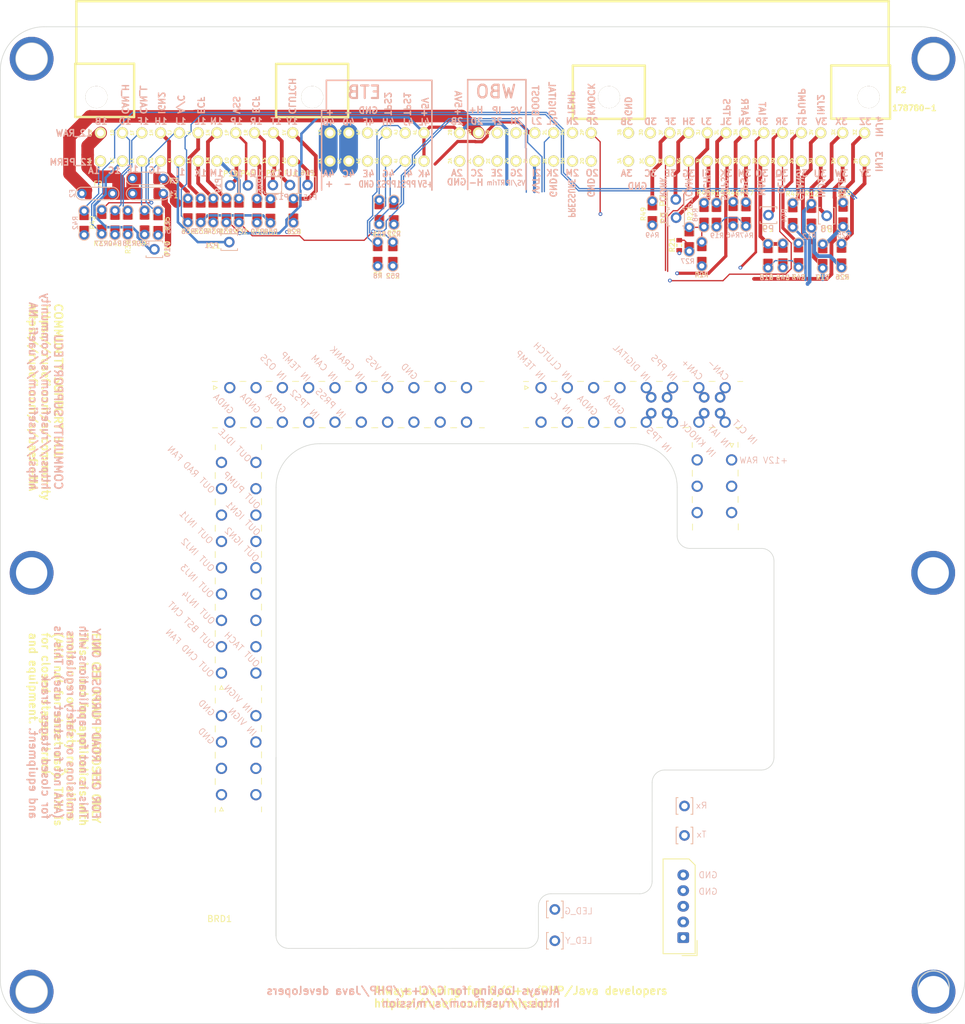
<source format=kicad_pcb>
(kicad_pcb (version 20221018) (generator pcbnew)
  (layers (0 "F.Cu" signal) (31 "B.Cu" signal) (34 "B.Paste" user) (35 "F.Paste" user) (36 "B.SilkS" user "B.Silkscreen") (37 "F.SilkS" user "F.Silkscreen") (38 "B.Mask" user) (39 "F.Mask" user) (44 "Edge.Cuts" user))
  (net 0 "")
  (footprint "hellen-one-common:PAD-0805-PAD" (layer "F.Cu") (at 151.801681 57.584659 -90)
    (fp_text reference "R17")
    (fp_text value "Jumper-Pad-Pad" hide)
  )
  (footprint "hellen-one-common:PAD-0805-PAD" (layer "F.Cu") (at 81.011681 50.564659 90)
    (fp_text reference "R51")
    (fp_text value "Jumper-Pad-Pad" hide)
  )
  (footprint "hellen-one-common:PAD-TH" (layer "F.Cu") (at 64.011681 46.244659 -90)
    (fp_text reference "P17")
    (fp_text value "Pad" hide)
  )
  (footprint "hellen-one-common:PAD-0805-PAD" (layer "F.Cu") (at 38.811681 52.244659 90)
    (fp_text reference "R40")
    (fp_text value "Jumper-Pad-Pad" hide)
  )
  (footprint "hellen-one-common:PAD-0805-PAD" (layer "F.Cu") (at 132.501681 57.244659 90)
    (fp_text reference "R24")
    (fp_text value "Jumper-Pad-Pad" hide)
  )
  (footprint "hellen-one-common:PAD-0805-PAD" (layer "F.Cu") (at 139.551681 50.894659 90)
    (fp_text reference "R47")
    (fp_text value "Jumper-Pad-Pad" hide)
  )
  (footprint "hellen-one-common:PAD-0805-PAD" (layer "F.Cu") (at 132.851681 50.994659 90)
    (fp_text reference "R48")
    (fp_text value "Jumper-Pad-Pad" hide)
  )
  (footprint "hellen-one-common:PAD-0805-PAD" (layer "F.Cu") (at 45.691222 52.315561 90)
    (fp_text reference "R35")
    (fp_text value "Jumper-Pad-Pad" hide)
  )
  (footprint "hellen-one-common:PAD-TH" (layer "F.Cu") (at 128.351681 48.544659 180)
    (fp_text reference "P7")
    (fp_text value "Pad" hide)
  )
  (footprint "hellen-one-common:PAD-0805-PAD" (layer "F.Cu") (at 134.851681 50.994659 90)
    (fp_text reference "R19")
    (fp_text value "Jumper-Pad-Pad" hide)
  )
  (footprint "hellen-one-common:PAD-0805-PAD" (layer "F.Cu") (at 83.181681 57.254659 90)
    (fp_text reference "R52")
    (fp_text value "Jumper-Pad-Pad" hide)
  )
  (footprint "hellen-one-common:PAD-0805-PAD" (layer "F.Cu") (at 40.851681 52.224659 90)
    (fp_text reference "R38")
    (fp_text value "Jumper-Pad-Pad" hide)
  )
  (footprint "hellen-one-common:PAD-0805-PAD" (layer "F.Cu") (at 36.691681 52.114659 90)
    (fp_text reference "R37")
    (fp_text value "Jumper-Pad-Pad" hide)
  )
  (footprint "hellen-one-common:PAD-0805-PAD" (layer "F.Cu") (at 147.025001 51.049999 90)
    (fp_text reference "R44")
    (fp_text value "Jumper-Pad-Pad" hide)
  )
  (footprint "hellen-one-common:PAD-0805-PAD" (layer "F.Cu") (at 155.051681 50.953959 90)
    (fp_text reference "R25")
    (fp_text value "Jumper-Pad-Pad" hide)
  )
  (footprint "hellen-one-common:PAD-0805-PAD" (layer "F.Cu") (at 56.601681 50.294659 90)
    (fp_text reference "R31")
    (fp_text value "Jumper-Pad-Pad" hide)
  )
  (footprint "hellen-one-common:PAD-0805-PAD" (layer "F.Cu") (at 63.631681 50.364659 90)
    (fp_text reference "R58")
    (fp_text value "Jumper-Pad-Pad" hide)
  )
  (footprint "MountingHole:MountingHole_4.5mm_Pad" (layer "F.Cu") (at 169.500001 26.099999)
    (fp_text reference "J16" hide)
    (fp_text value "Conn_01x01" hide)
  )
  (footprint "MountingHole:MountingHole_4.5mm_Pad" (layer "F.Cu") (at 25.500001 108.099999)
    (fp_text reference "J17" hide)
    (fp_text value "Conn_01x01" hide)
  )
  (footprint "hellen-one-common:PAD-0805-PAD" (layer "F.Cu") (at 137.501681 50.844659 90)
    (fp_text reference "R46")
    (fp_text value "Jumper-Pad-Pad" hide)
  )
  (footprint "hellen-one-common:PAD-0805-PAD" (layer "F.Cu") (at 33.891222 52.290561 90)
    (fp_text reference "R42")
    (fp_text value "Jumper-Pad-Pad" hide)
  )
  (footprint "hellen-one-common:PAD-TH" (layer "F.Cu") (at 128.401681 51.444659)
    (fp_text reference "P3")
    (fp_text value "Pad" hide)
  )
  (footprint "hellen-one-common:PAD-TH" (layer "F.Cu") (at 57.191681 46.304659)
    (fp_text reference "P19")
    (fp_text value "Pad" hide)
  )
  (footprint "hellen-one-common:PAD-0805-PAD" (layer "F.Cu") (at 61.481681 50.334659 90)
    (fp_text reference "R30")
    (fp_text value "Jumper-Pad-Pad" hide)
  )
  (footprint "hellen-one-common:PAD-TH" (layer "F.Cu") (at 57.051681 55.344659 90)
    (fp_text reference "P21")
    (fp_text value "Pad" hide)
  )
  (footprint "hellen-one-common:PAD-0805-PAD" (layer "F.Cu") (at 150.001681 51.144659 90)
    (fp_text reference "R12")
    (fp_text value "Jumper-Pad-Pad" hide)
  )
  (footprint "hellen-one-common:PAD-1206-PAD" (layer "F.Cu") (at 44.051681 45.194659)
    (fp_text reference "F3")
    (fp_text value "Fuse-Pad-Pad" hide)
  )
  (footprint "hellen-one-common:PAD-TH" (layer "F.Cu") (at 152.451681 51.144659)
    (fp_text reference "P8")
    (fp_text value "Pad" hide)
  )
  (footprint "hellen-one-common:PAD-TH" (layer "F.Cu") (at 66.741681 46.254659)
    (fp_text reference "P16")
    (fp_text value "Pad" hide)
  )
  (footprint "hellen-one-common:PAD-0805-PAD" (layer "F.Cu") (at 143.076681 57.544659 90)
    (fp_text reference "R18")
    (fp_text value "Jumper-Pad-Pad" hide)
  )
  (footprint "hellen-one-common:PAD-TH" (layer "F.Cu") (at 143.151681 51.044659 90)
    (fp_text reference "P9")
    (fp_text value "Pad" hide)
  )
  (footprint "hellen-one-common:PAD-0805-PAD" (layer "F.Cu") (at 67.301681 50.334659 90)
    (fp_text reference "R28")
    (fp_text value "Jumper-Pad-Pad" hide)
  )
  (footprint "hellen-one-common:178780-1" (layer "F.Cu") (at 146.038641 42.420879)
    (fp_text reference "P2")
    (fp_text value "178780-1")
  )
  (footprint "MountingHole:MountingHole_4.5mm_Pad" (layer "F.Cu") (at 169.450801 108.099999)
    (fp_text reference "J15" hide)
    (fp_text value "Conn_01x01" hide)
  )
  (footprint "MountingHole:MountingHole_4.5mm_Pad" (layer "F.Cu") (at 169.500001 174.899999)
    (fp_text reference "J14" hide)
    (fp_text value "Conn_01x01" hide)
  )
  (footprint "hellen-one-common:PAD-TH" (layer "F.Cu") (at 60.031681 46.294659)
    (fp_text reference "P46")
    (fp_text value "Pad" hide)
  )
  (footprint "hellen-one-common:PAD-0805-PAD" (layer "F.Cu") (at 58.601681 50.294659 90)
    (fp_text reference "R32")
    (fp_text value "Jumper-Pad-Pad" hide)
  )
  (footprint "hellen-one-common:PAD-0805-PAD" (layer "F.Cu") (at 124.601681 50.744659 90)
    (fp_text reference "R49")
    (fp_text value "Jumper-Pad-Pad" hide)
  )
  (footprint "hellen-one-common:PAD-0805-PAD" (layer "F.Cu") (at 54.501681 50.294659 90)
    (fp_text reference "R34")
    (fp_text value "Jumper-Pad-Pad" hide)
  )
  (footprint "hellen-one-common:PAD-0805-PAD" (layer "F.Cu") (at 83.341681 50.604659 90)
    (fp_text reference "R22")
    (fp_text value "Jumper-Pad-Pad" hide)
  )
  (footprint "hellen-one-common:PAD-0805-PAD" (layer "F.Cu") (at 130.501681 54.894659 -90)
    (fp_text reference "R27")
    (fp_text value "Jumper-Pad-Pad" hide)
  )
  (footprint "uaefi_brd:UAEFI_BRD" (layer "F.Cu") (at 46.512563 169.287437)
    (fp_text reference "BRD1")
    (fp_text value "uaefi")
    (fp_line (start 18.012559 -31.737182) (end 18.012562 -74.787438) (stroke (width 0.1)) (layer "Edge.Cuts"))
    (fp_line (start 18.012559 -31.737182) (end 18.012563 -3.287437) (stroke (width 0.1)) (layer "Edge.Cuts"))
    (fp_line (start 57.9 -1.3) (end 20.012563 -1.287437) (stroke (width 0.1)) (layer "Edge.Cuts"))
    (fp_line (start 59.9 -3.3) (end 59.899911 -8.00008) (stroke (width 0.1)) (layer "Edge.Cuts"))
    (fp_line (start 61.899911 -10.00008) (end 76.060074 -9.999926) (stroke (width 0.1)) (layer "Edge.Cuts"))
    (fp_line (start 75.062815 -81.787437) (end 25.012563 -81.787437) (stroke (width 0.1)) (layer "Edge.Cuts"))
    (fp_line (start 78.062811 -27.73718) (end 78.060074 -11.999926) (stroke (width 0.1)) (layer "Edge.Cuts"))
    (fp_line (start 80.062811 -29.73718) (end 95.512563 -29.73718) (stroke (width 0.1)) (layer "Edge.Cuts"))
    (fp_line (start 82.062814 -74.787436) (end 82.062814 -67.087437) (stroke (width 0.1)) (layer "Edge.Cuts"))
    (fp_line (start 95.512563 -65.087437) (end 84.062814 -65.087437) (stroke (width 0.1)) (layer "Edge.Cuts"))
    (fp_line (start 97.512563 -31.73718) (end 97.512563 -63.087437) (stroke (width 0.1)) (layer "Edge.Cuts"))
    (fp_arc (start 18.012562 -74.787438) (mid 20.062814 -79.737186) (end 25.012563 -81.787437) (stroke (width 0.1)) (layer "Edge.Cuts"))
    (fp_arc (start 20.012563 -1.287437) (mid 18.598346 -1.873222) (end 18.012563 -3.287437) (stroke (width 0.1)) (layer "Edge.Cuts"))
    (fp_arc (start 59.899911 -8.00008) (mid 60.48572 -9.414273) (end 61.899911 -10.00008) (stroke (width 0.1)) (layer "Edge.Cuts"))
    (fp_arc (start 59.9 -3.3) (mid 59.314184 -1.885816) (end 57.9 -1.3) (stroke (width 0.1)) (layer "Edge.Cuts"))
    (fp_arc (start 75.062815 -81.787437) (mid 80.012606 -79.737227) (end 82.062814 -74.787436) (stroke (width 0.1)) (layer "Edge.Cuts"))
    (fp_arc (start 78.060074 -11.999926) (mid 77.474266 -10.585734) (end 76.060074 -9.999926) (stroke (width 0.1)) (layer "Edge.Cuts"))
    (fp_arc (start 78.062811 -27.73718) (mid 78.64862 -29.151373) (end 80.062811 -29.73718) (stroke (width 0.1)) (layer "Edge.Cuts"))
    (fp_arc (start 84.062814 -65.087437) (mid 82.648604 -65.673221) (end 82.062814 -67.087437) (stroke (width 0.1)) (layer "Edge.Cuts"))
    (fp_arc (start 95.512563 -65.087437) (mid 96.926749 -64.501631) (end 97.512563 -63.087437) (stroke (width 0.1)) (layer "Edge.Cuts"))
    (fp_arc (start 97.512563 -31.73718) (mid 96.926797 -30.322963) (end 95.512563 -29.73718) (stroke (width 0.1)) (layer "Edge.Cuts"))
  )
  (footprint "hellen-one-common:PAD-0805-PAD" (layer "F.Cu") (at 43.541681 52.224659 90)
    (fp_text reference "R39")
    (fp_text value "Jumper-Pad-Pad" hide)
  )
  (footprint "MountingHole:MountingHole_4.5mm_Pad" (layer "F.Cu") (at 25.500001 174.899999)
    (fp_text reference "J13" hide)
    (fp_text value "Conn_01x01" hide)
  )
  (footprint "hellen-one-common:PAD-TH" (layer "F.Cu") (at 69.561681 46.244659 180)
    (fp_text reference "P15")
    (fp_text value "Pad" hide)
  )
  (footprint "hellen-one-common:R0603" (layer "F.Cu") (at 128.901681 55.844659 90)
    (fp_text reference "R21")
    (fp_text value "1k" hide)
  )
  (footprint "hellen-one-common:PAD-0805-PAD" (layer "F.Cu") (at 147.951681 57.444659 90)
    (fp_text reference "R43")
    (fp_text value "Jumper-Pad-Pad" hide)
  )
  (footprint "hellen-one-common:PAD-1206-PAD" (layer "F.Cu") (at 35.981681 47.594659)
    (fp_text reference "F2")
    (fp_text value "Fuse-Pad-Pad" hide)
  )
  (footprint "hellen-one-common:PAD-0805-PAD" (layer "F.Cu") (at 145.451681 57.49468 90)
    (fp_text reference "R45")
    (fp_text value "Jumper-Pad-Pad" hide)
  )
  (footprint "hellen-one-common:PAD-1206-PAD" (layer "F.Cu") (at 44.075001 47.599999)
    (fp_text reference "F1")
    (fp_text value "Fuse-Pad-Pad" hide)
  )
  (footprint "hellen-one-common:PAD-TH" (layer "F.Cu") (at 45.101681 56.494659 90)
    (fp_text reference "P10")
    (fp_text value "Pad" hide)
  )
  (footprint "hellen-one-common:PAD-0805-PAD" (layer "F.Cu") (at 80.761681 57.244659 90)
    (fp_text reference "R8")
    (fp_text value "Jumper-Pad-Pad" hide)
  )
  (footprint "hellen-one-common:PAD-0805-PAD" (layer "F.Cu") (at 52.501681 50.294659 90)
    (fp_text reference "R33")
    (fp_text value "Jumper-Pad-Pad" hide)
  )
  (footprint "MountingHole:MountingHole_4.5mm_Pad" (layer "F.Cu") (at 25.500001 26.099999)
    (fp_text reference "J11" hide)
    (fp_text value "Conn_01x01" hide)
  )
  (footprint "hellen-one-common:PAD-0805-PAD" (layer "F.Cu") (at 154.812641 57.499659 90)
    (fp_text reference "R26")
    (fp_text value "Jumper-Pad-Pad" hide)
  )
  (footprint "hellen-one-common:PAD-0805-PAD" (layer "F.Cu") (at 50.451681 50.294659 90)
    (fp_text reference "R36")
    (fp_text value "Jumper-Pad-Pad" hide)
  )
  (gr_line (start 72.561681 29.544659) (end 72.561681 34.304659) (stroke (width 0.25)) (layer "B.SilkS"))
  (gr_line (start 104.421681 29.444659) (end 95.121681 29.444659) (stroke (width 0.25)) (layer "B.SilkS"))
  (gr_line (start 95.121681 29.444659) (end 95.121681 46.954659) (stroke (width 0.25)) (layer "B.SilkS"))
  (gr_line (start 71.801681 34.344659) (end 71.801681 47.054659) (stroke (width 0.25)) (layer "B.SilkS"))
  (gr_line (start 71.791681 34.294659) (end 72.571681 34.294659) (stroke (width 0.25)) (layer "B.SilkS"))
  (gr_line (start 89.411681 29.544659) (end 72.561681 29.544659) (stroke (width 0.25)) (layer "B.SilkS"))
  (gr_line (start 89.411681 47.054659) (end 89.411681 29.544659) (stroke (width 0.25)) (layer "B.SilkS"))
  (gr_line (start 104.421681 46.954659) (end 104.421681 29.444659) (stroke (width 0.25)) (layer "B.SilkS"))
  (gr_line locked (start 174.500001 172.999999) (end 174.500001 27.999999) (stroke (width 0.1)) (layer "Edge.Cuts"))
  (gr_arc locked (start 174.500002 173) (mid 172.449749 177.949747) (end 167.500001 179.999999) (stroke (width 0.1)) (layer "Edge.Cuts"))
  (gr_circle (center 169.500001 174.099999) (end 172.000001 174.099999) (stroke (width 0.2)) (fill none) (layer "Edge.Cuts"))
  (gr_circle (center 169.500001 26.099999) (end 172.000001 26.099999) (stroke (width 0.2)) (fill none) (layer "Edge.Cuts"))
  (gr_arc locked (start 167.500002 20.999998) (mid 172.449719 23.050281) (end 174.500001 27.999999) (stroke (width 0.1)) (layer "Edge.Cuts"))
  (gr_circle (center 25.500001 26.099999) (end 28.000001 26.099999) (stroke (width 0.2)) (fill none) (layer "Edge.Cuts"))
  (gr_circle (center 169.450801 108.099999) (end 171.700801 108.099999) (stroke (width 0.2)) (fill none) (layer "Edge.Cuts"))
  (gr_line locked (start 167.500001 20.999999) (end 27.500001 20.999999) (stroke (width 0.1)) (layer "Edge.Cuts"))
  (gr_circle (center 25.500001 174.899999) (end 28.000001 174.899999) (stroke (width 0.2)) (fill none) (layer "Edge.Cuts"))
  (gr_line locked (start 27.500001 179.999999) (end 167.500001 179.999999) (stroke (width 0.1)) (layer "Edge.Cuts"))
  (gr_line locked (start 20.500001 27.999999) (end 20.500001 172.999999) (stroke (width 0.1)) (layer "Edge.Cuts"))
  (gr_arc locked (start 27.5 180) (mid 22.550252 177.949748) (end 20.500001 172.999999) (stroke (width 0.1)) (layer "Edge.Cuts"))
  (gr_line (start 64.499996 137.550255) (end 64.5 166) (stroke (width 0.1)) (layer "Edge.Cuts"))
  (gr_arc locked (start 20.5 27.999998) (mid 22.550252 23.05025) (end 27.500001 20.999999) (stroke (width 0.1)) (layer "Edge.Cuts"))
  (gr_text "TPS" (at 136.421681 33.824659 270) (layer "B.SilkS") (effects (font (size 1.016 1.016) (thickness 0.22352)) (justify mirror)))
  (gr_text "CLUTCH" (at 67.081681 32.064659 270) (layer "B.SilkS") (effects (font (size 1.016 1.016) (thickness 0.22352)) (justify mirror)))
  (gr_text "4D" (at 76.110001 36.199999) (layer "B.SilkS") (effects (font (size 1.016 1.016) (thickness 0.22352)) (justify mirror)))
  (gr_text "3Z" (at 158.600001 36.124999) (layer "B.SilkS") (effects (font (size 1.016 1.016) (thickness 0.22352)) (justify mirror)))
  (gr_text "GND" (at 122.226681 46.419659) (layer "B.SilkS") (effects (font (size 1.016 1.016) (thickness 0.22352)) (justify mirror)))
  (gr_text "H+" (at 96.431681 34.264659) (layer "B.SilkS") (effects (font (size 1.016 1.016) (thickness 0.22352)) (justify mirror)))
  (gr_text "1S" (at 64.540001 44.329999) (layer "B.SilkS") (effects (font (size 1.016 1.016) (thickness 0.22352)) (justify mirror)))
  (gr_text "3X" (at 154.790001 36.124999) (layer "B.SilkS") (effects (font (size 1.016 1.016) (thickness 0.22352)) (justify mirror)))
  (gr_text "INJ1" (at 151.561681 46.594659 270) (layer "B.SilkS") (effects (font (size 1.016 1.016) (thickness 0.22352)) (justify mirror)))
  (gr_text "Always looking for C/C++/PHP/Java developers\nhttps://rusefi.com/s/mission" (at 110 177.5) (layer "B.SilkS") (effects (font (size 1.25 1.25) (thickness 0.25) bold) (justify left bottom mirror)))
  (gr_text "4A" (at 72.935001 44.454999) (layer "B.SilkS") (effects (font (size 1.016 1.016) (thickness 0.22352)) (justify mirror)))
  (gr_text "1C" (at 38.691681 43.914659) (layer "B.SilkS") (effects (font (size 1.016 1.016) (thickness 0.22352)) (justify mirror)))
  (gr_text "+5V" (at 88.401681 46.094659) (layer "B.SilkS") (effects (font (size 1.016 0.8) (thickness 0.2)) (justify mirror)))
  (gr_text "IAT" (at 142.121681 34.074659 270) (layer "B.SilkS") (effects (font (size 1.016 1.016) (thickness 0.22352)) (justify mirror)))
  (gr_text "4B" (at 72.935001 36.199999) (layer "B.SilkS") (effects (font (size 1.016 1.016) (thickness 0.22352)) (justify mirror)))
  (gr_text "1I" (at 49.276681 44.169659) (layer "B.SilkS") (effects (font (size 1.016 1.016) (thickness 0.22352)) (justify mirror)))
  (gr_text "GND" (at 78.931681 46.114659) (layer "B.SilkS") (effects (font (size 1.016 0.8) (thickness 0.2)) (justify mirror)))
  (gr_text "2F" (at 99.760001 36.074999) (layer "B.SilkS") (effects (font (size 1.016 1.016) (thickness 0.22352)) (justify mirror)))
  (gr_text "DIGITAL" (at 108.571681 32.524659 270) (layer "B.SilkS") (effects (font (size 1.016 1.016) (thickness 0.22352)) (justify mirror)))
  (gr_text "GND" (at 108.741681 46.654659 270) (layer "B.SilkS") (effects (font (size 1.016 1.016) (thickness 0.22352)) (justify mirror)))
  (gr_text "1D" (at 40.410001 36.074999) (layer "B.SilkS") (effects (font (size 1.016 1.016) (thickness 0.22352)) (justify mirror)))
  (gr_text "IGN2" (at 46.221681 33.154659 270) (layer "B.SilkS") (effects (font (size 1.016 1.016) (thickness 0.22352)) (justify mirror)))
  (gr_text "AFR" (at 139.321681 33.794659 270) (layer "B.SilkS") (effects (font (size 1.016 1.016) (thickness 0.22352)) (justify mirror)))
  (gr_text "CAN_H" (at 40.421681 32.554659 270) (layer "B.SilkS") (effects (font (size 1.016 1.016) (thickness 0.22352)) (justify mirror)))
  (gr_text "3C" (at 124.310001 44.379999) (layer "B.SilkS") (effects (font (size 1.016 1.016) (thickness 0.22352)) (justify mirror)))
  (gr_text "1H" (at 46.125001 36.074999) (layer "B.SilkS") (effects (font (size 1.016 1.016) (thickness 0.22352)) (justify mirror)))
  (gr_text "3O" (at 142.090001 44.379999) (layer "B.SilkS") (effects (font (size 1.016 1.016) (thickness 0.22352)) (justify mirror)))
  (gr_text "CLT" (at 145.151681 46.364659 270) (layer "B.SilkS") (effects (font (size 1.016 1.016) (thickness 0.22352)) (justify mirror)))
  (gr_text "3L" (at 136.375001 36.124999) (layer "B.SilkS") (effects (font (size 1.016 1.016) (thickness 0.22352)) (justify mirror)))
  (gr_text "TPS" (at 139.221681 46.454659 270) (layer "B.SilkS") (effects (font (size 1.016 1.016) (thickness 0.22352)) (justify mirror)))
  (gr_text "VS" (at 102.851681 34.374659) (layer "B.SilkS") (effects (font (size 1.016 1.016) (thickness 0.22352)) (justify mirror)))
  (gr_text "2I" (at 106.110001 44.329999) (layer "B.SilkS") (effects (font (size 1.016 1.016) (thickness 0.22352)) (justify mirror)))
  (gr_text "1N" (at 55.015001 36.074999) (layer "B.SilkS") (effects (font (size 1.016 1.016) (thickness 0.22352)) (justify mirror)))
  (gr_text "4L" (at 88.175001 36.199999) (layer "B.SilkS") (effects (font (size 1.016 1.016) (thickness 0.22352)) (justify mirror)))
  (gr_text "VVT" (at 105.951681 46.314659 270) (layer "B.SilkS") (effects (font (size 1.016 1.016) (thickness 0.22352)) (justify mirror)))
  (gr_text "4E" (at 79.285001 44.454999) (layer "B.SilkS") (effects (font (size 1.016 1.016) (thickness 0.22352)) (justify mirror)))
  (gr_text "2K" (at 108.650001 44.329999) (layer "B.SilkS") (effects (font (size 1.016 1.016) (thickness 0.22352)) (justify mirror)))
  (gr_text "+" (at 73.011681 46.044659) (layer "B.SilkS") (effects (font (size 1.016 1.016) (thickness 0.22352)) (justify mirror)))
  (gr_text "3E" (at 127.485001 44.379999) (layer "B.SilkS") (effects (font (size 1.016 1.016) (thickness 0.22352)) (justify mirror)))
  (gr_text "ETB" (at 78.591681 31.454659) (layer "B.SilkS") (effects (font (size 2 2) (thickness 0.35)) (justify mirror)))
  (gr_text "PRESSURE" (at 111.691681 48.334659 270) (layer "B.SilkS") (effects (font (size 1.016 0.8) (thickness 0.2)) (justify mirror)))
  (gr_text "3F" (at 127.485001 36.124999) (layer "B.SilkS") (effects (font (size 1.016 1.016) (thickness 0.22352)) (justify mirror)))
  (gr_text "1E" (at 41.611681 43.684659) (layer "B.SilkS") (effects (font (size 1.016 1.016) (thickness 0.22352)) (justify mirror)))
  (gr_text "INJ3" (at 160.751681 42.494659 270) (layer "B.SilkS") (effects (font (size 1.016 1.016) (thickness 0.22352)) (justify mirror)))
  (gr_text "2H" (at 102.935001 36.074999) (layer "B.SilkS") (effects (font (size 1.016 1.016) (thickness 0.22352)) (justify mirror)))
  (gr_text "2N" (at 111.825001 36.074999) (layer "B.SilkS") (effects (font (size 1.016 1.016) (thickness 0.22352)) (justify mirror)))
  (gr_text "2C" (at 96.585001 44.329999) (layer "B.SilkS") (effects (font (size 1.016 1.016) (thickness 0.22352)) (justify mirror)))
  (gr_text "3S" (at 148.440001 44.379999) (layer "B.SilkS") (effects (font (size 1.016 1.016) (thickness 0.22352)) (justify mirror)))
  (gr_text "PPS2" (at 82.131681 46.114659) (layer "B.SilkS") (effects (font (size 1.016 0.8) (thickness 0.2)) (justify mirror)))
  (gr_text "FOR OFF ROAD PURPOSES ONLY\nThis is not for applications with\nemissions or safety regulations\n(AKA not for street use). This is\nfor closed stages, track\nand equipment." (at 25 147.5 270) (layer "B.SilkS") (effects (font (size 1.25 1.25) (thickness 0.25) bold) (justify left bottom mirror)))
  (gr_text "3I" (at 133.200001 44.379999) (layer "B.SilkS") (effects (font (size 1.016 1.016) (thickness 0.22352)) (justify mirror)))
  (gr_text "1K" (at 52.475001 44.329999) (layer "B.SilkS") (effects (font (size 1.016 1.016) (thickness 0.22352)) (justify mirror)))
  (gr_text "TACH" (at 133.281681 46.734659 270) (layer "B.SilkS") (effects (font (size 1.016 1.016) (thickness 0.22352)) (justify mirror)))
  (gr_text "2D" (at 96.585001 36.074999) (layer "B.SilkS") (effects (font (size 1.016 1.016) (thickness 0.22352)) (justify mirror)))
  (gr_text "3D" (at 124.310001 36.124999) (layer "B.SilkS") (effects (font (size 1.016 1.016) (thickness 0.22352)) (justify mirror)))
  (gr_text "2O" (at 115.000001 44.329999) (layer "B.SilkS") (effects (font (size 1.016 1.016) (thickness 0.22352)) (justify mirror)))
  (gr_text "INJ4" (at 160.801681 36.919659 270) (layer "B.SilkS") (effects (font (size 1.016 1.016) (thickness 0.22352)) (justify mirror)))
  (gr_text "1U" (at 67.080001 44.329999) (layer "B.SilkS") (effects (font (size 1.016 1.016) (thickness 0.22352)) (justify mirror)))
  (gr_text "4J" (at 85.635001 36.199999) (layer "B.SilkS") (effects (font (size 1.016 1.016) (thickness 0.22352)) (justify mirror)))
  (gr_text "PPS1" (at 85.311681 46.114659) (layer "B.SilkS") (effects (font (size 1.016 0.8) (thickness 0.2)) (justify mirror)))
  (gr_text "-" (at 76.051681 34.654659) (layer "B.SilkS") (effects (font (size 1.016 1.016) (thickness 0.22352)) (justify mirror)))
  (gr_text "3Y" (at 158.600001 44.379999) (layer "B.SilkS") (effects (font (size 1.016 1.016) (thickness 0.22352)) (justify mirror)))
  (gr_text "CRANK" (at 126.321681 46.964659 270) (layer "B.SilkS") (effects (font (size 1.016 0.8) (thickness 0.2)) (justify mirror)))
  (gr_text "+" (at 73.111681 34.644659) (layer "B.SilkS") (effects (font (size 1.016 1.016) (thickness 0.22352)) (justify mirror)))
  (gr_text "2J" (at 106.110001 36.074999) (layer "B.SilkS") (effects (font (size 1.016 1.016) (thickness 0.22352)) (justify mirror)))
  (gr_text "1G" (at 45.161681 43.894659) (layer "B.SilkS") (effects (font (size 1.016 1.016) (thickness 0.22352)) (justify mirror)))
  (gr_text "4H" (at 82.460001 36.199999) (layer "B.SilkS") (effects (font (size 1.016 1.016) (thickness 0.22352)) (justify mirror)))
  (gr_text "+5VA" (at 93.581681 33.204659 270) (layer "B.SilkS") (effects (font (size 1.016 1.016) (thickness 0.22352)) (justify mirror)))
  (gr_text "-" (at 75.951681 46.054659) (layer "B.SilkS") (effects (font (size 1.016 1.016) (thickness 0.22352)) (justify mirror)))
  (gr_text "3U" (at 151.400001 44.424999) (layer "B.SilkS") (effects (font (size 1.016 1.016) (thickness 0.22352)) (justify mirror)))
  (gr_text "VS/IP" (at 102.781681 45.919659) (layer "B.SilkS") (effects (font (size 0.8 0.7)) (justify mirror)))
  (gr_text "4G" (at 82.460001 44.454999) (layer "B.SilkS") (effects (font (size 1.016 1.016) (thickness 0.22352)) (justify mirror)))
  (gr_text "TEMP" (at 111.631681 33.114659 270) (layer "B.SilkS") (effects (font (size 1.016 1.016) (thickness 0.22352)) (justify mirror)))
  (gr_text "H-" (at 96.461681 45.844659) (layer "B.SilkS") (effects (font (size 1.016 1.016) (thickness 0.22352)) (justify mirror)))
  (gr_text "2E" (at 99.760001 44.329999) (layer "B.SilkS") (effects (font (size 1.016 1.016) (thickness 0.22352)) (justify mirror)))
  (gr_text "1F" (at 43.300001 36.074999) (layer "B.SilkS") (effects (font (size 1.016 1.016) (thickness 0.22352)) (justify mirror)))
  (gr_text "WBO" (at 99.621681 31.344659) (layer "B.SilkS") (effects (font (size 2 2) (thickness 0.35)) (justify mirror)))
  (gr_text "3H" (at 130.400001 36.124999) (layer "B.SilkS") (effects (font (size 1.016 1.016) (thickness 0.22352)) (justify mirror)))
  (gr_text "CAN_L" (at 43.321681 32.654659 270) (layer "B.SilkS") (effects (font (size 1.016 1.016) (thickness 0.22352)) (justify mirror)))
  (gr_text "12_RAW" (at 32.251681 37.969659) (layer "B.SilkS") (effects (font (size 1.016 1.016) (thickness 0.22352)) (justify mirror)))
  (gr_text "3P" (at 142.090001 36.124999) (layer "B.SilkS") (effects (font (size 1.016 1.016) (thickness 0.22352)) (justify mirror)))
  (gr_text "5VTPS" (at 136.081681 46.804659 270) (layer "B.SilkS") (effects (font (size 1.016 0.82) (thickness 0.205)) (justify mirror)))
  (gr_text "1L" (at 52.475001 36.074999) (layer "B.SilkS") (effects (font (size 1.016 1.016) (thickness 0.22352)) (justify mirror)))
  (gr_text "VSS" (at 58.181681 33.474659 270) (layer "B.SilkS") (effects (font (size 1.016 1.016) (thickness 0.22352)) (justify mirror)))
  (gr_text "CAM" (at 130.381681 46.624659 270) (layer "B.SilkS") (effects (font (size 1.016 1.016) (thickness 0.22352)) (justify mirror)))
  (gr_text "1Q" (at 61.365001 44.329999) (layer "B.SilkS") (effects (font (size 1.016 1.016) (thickness 0.22352)) (justify mirror)))
  (gr_text "IP" (at 99.741681 34.334659) (layer "B.SilkS") (effects (font (size 1.016 1.016) (thickness 0.22352)) (justify mirror)))
  (gr_text "IDLE" (at 154.841681 46.664659 270) (layer "B.SilkS") (effects (font (size 1.016 1.016) (thickness 0.22352)) (justify mirror)))
  (gr_text "GND" (at 114.771681 46.654659 270) (layer "B.SilkS") (effects (font (size 1.016 1.016) (thickness 0.22352)) (justify mirror)))
  (gr_text "3V" (at 151.600001 36.124999) (layer "B.SilkS") (effects (font (size 1.016 1.016) (thickness 0.22352)) (justify mirror)))
  (gr_text "4I" (at 85.635001 44.454999) (layer "B.SilkS") (effects (font (size 1.016 1.016) (thickness 0.22352)) (justify mirror)))
  (gr_text "2G" (at 102.901681 44.319659) (layer "B.SilkS") (effects (font (size 1.016 1.016) (thickness 0.22352)) (justify mirror)))
  (gr_text "1T" (at 64.540001 36.074999) (layer "B.SilkS") (effects (font (size 1.016 1.016) (thickness 0.22352)) (justify mirror)))
  (gr_text "GND" (at 79.251681 34.344659) (layer "B.SilkS") (effects (font (size 1.016 1.016) (thickness 0.22352)) (justify mirror)))
  (gr_text "RTrim" (at 99.601681 45.884659) (layer "B.SilkS") (effects (font (size 0.8 0.7)) (justify mirror)))
  (gr_text "COMMUNITY SUPPORT ECU\nhttps://rusefi.com/s/community\nhttps://rusefi.com/s/uaefi-NA" (at 25 95 270) (layer "B.SilkS") (effects (font (size 1.25 1.25) (thickness 0.25) bold) (justify left bottom mirror)))
  (gr_text "1M" (at 55.015001 44.329999) (layer "B.SilkS") (effects (font (size 1.016 1.016) (thickness 0.22352)) (justify mirror)))
  (gr_text "2L" (at 108.650001 36.074999) (layer "B.SilkS") (effects (font (size 1.016 1.016) (thickness 0.22352)) (justify mirror)))
  (gr_text "2B" (at 93.410001 36.074999) (layer "B.SilkS") (effects (font (size 1.016 1.016) (thickness 0.22352)) (justify mirror)))
  (gr_text "3A" (at 120.500001 44.379999) (layer "B.SilkS") (effects (font (size 1.016 1.016) (thickness 0.22352)) (justify mirror)))
  (gr_text "4F" (at 79.285001 36.199999) (layer "B.SilkS") (effects (font (size 1.016 1.016) (thickness 0.22352)) (justify mirror)))
  (gr_text "4K" (at 88.175001 44.454999) (layer "B.SilkS") (effects (font (size 1.016 1.016) (thickness 0.22352)) (justify mirror)))
  (gr_text "1J" (at 49.300001 36.074999) (layer "B.SilkS") (effects (font (size 1.016 1.016) (thickness 0.22352)) (justify mirror)))
  (gr_text "CFAN" (at 148.161681 46.854659 270) (layer "B.SilkS") (effects (font (size 1.016 1.016) (thickness 0.22352)) (justify mirror)))
  (gr_text "TPS2" (at 82.351681 33.274659 270) (layer "B.SilkS") (effects (font (size 1.016 1.016) (thickness 0.22352)) (justify mirror)))
  (gr_text "BOOST" (at 105.891681 32.804659 270) (layer "B.SilkS") (effects (font (size 1.016 1.016) (thickness 0.22352)) (justify mirror)))
  (gr_text "3Q" (at 145.265001 44.379999) (layer "B.SilkS") (effects (font (size 1.016 1.016) (thickness 0.22352)) (justify mirror)))
  (gr_text "1V" (at 67.080001 36.074999) (layer "B.SilkS") (effects (font (size 1.016 1.016) (thickness 0.22352)) (justify mirror)))
  (gr_text "4C" (at 76.110001 44.454999) (layer "B.SilkS") (effects (font (size 1.016 1.016) (thickness 0.22352)) (justify mirror)))
  (gr_text "GND" (at 120.726681 33.694659 270) (layer "B.SilkS") (effects (font (size 1.016 1.016) (thickness 0.22352)) (justify mirror)))
  (gr_text "PUMP" (at 148.411681 32.934659 270) (layer "B.SilkS") (effects (font (size 1.016 1.016) (thickness 0.22352)) (justify mirror)))
  (gr_text "1R" (at 61.365001 36.074999) (layer "B.SilkS") (effects (font (size 1.016 1.016) (thickness 0.22352)) (justify mirror)))
  (gr_text "3K" (at 136.375001 44.379999) (layer "B.SilkS") (effects (font (size 1.016 1.016) (thickness 0.22352)) (justify mirror)))
  (gr_text "3G" (at 130.400001 44.424999) (layer "B.SilkS") (effects (font (size 1.016 1.016) (thickness 0.22352)) (justify mirror)))
  (gr_text "KNOCK" (at 114.821681 32.584659 270) (layer "B.SilkS") (effects (font (size 1.016 1.016) (thickness 0.22352)) (justify mirror)))
  (gr_text "3R" (at 145.265001 36.124999) (layer "B.SilkS") (effects (font (size 1.016 1.016) (thickness 0.22352)) (justify mirror)))
  (gr_text "2M" (at 111.825001 44.329999) (layer "B.SilkS") (effects (font (size 1.016 1.016) (thickness 0.22352)) (justify mirror)))
  (gr_text "TPS1" (at 85.431681 33.274659 270) (layer "B.SilkS") (effects (font (size 1.016 1.016) (thickness 0.22352)) (justify mirror)))
  (gr_text "3M" (at 139.300001 44.379999) (layer "B.SilkS") (effects (font (size 1.016 1.016) (thickness 0.22352)) (justify mirror)))
  (gr_text "3T" (at 148.440001 36.124999) (layer "B.SilkS") (effects (font (size 1.016 1.016) (thickness 0.22352)) (justify mirror)))
  (gr_text "12_PERM" (at 31.801681 42.594659) (layer "B.SilkS") (effects (font (size 1.016 1.016) (thickness 0.22352)) (justify mirror)))
  (gr_text "+5V" (at 88.271681 33.854659 270) (layer "B.SilkS") (effects (font (size 1.016 1.016) (thickness 0.22352)) (justify mirror)))
  (gr_text "1B" (at 36.600001 36.074999) (layer "B.SilkS") (effects (font (size 1.016 1.016) (thickness 0.22352)) (justify mirror)))
  (gr_text "ECF" (at 52.511681 33.524659 270) (layer "B.SilkS") (effects (font (size 1.016 1.016) (thickness 0.22352)) (justify mirror)))
  (gr_text "3W" (at 154.790001 44.379999) (layer "B.SilkS") (effects (font (size 1.016 1.016) (thickness 0.22352)) (justify mirror)))
  (gr_text "ECF" (at 61.276681 33.419659 270) (layer "B.SilkS") (effects (font (size 1.016 1.016) (thickness 0.22352)) (justify mirror)))
  (gr_text "A/C" (at 49.321681 33.354659 270) (layer "B.SilkS") (effects (font (size 1.016 1.016) (thickness 0.22352)) (justify mirror)))
  (gr_text "3J" (at 133.200001 36.124999) (layer "B.SilkS") (effects (font (size 1.016 1.016) (thickness 0.22352)) (justify mirror)))
  (gr_text "MAF" (at 141.991681 46.524659 270) (layer "B.SilkS") (effects (font (size 1.016 1.016) (thickness 0.22352)) (justify mirror)))
  (gr_text "2P" (at 115.000001 36.074999) (layer "B.SilkS") (effects (font (size 1.016 1.016) (thickness 0.22352)) (justify mirror)))
  (gr_text "1A" (at 35.451681 43.934659) (layer "B.SilkS") (effects (font (size 1.016 1.016) (thickness 0.22352)) (justify mirror)))
  (gr_text "2A" (at 93.410001 44.329999) (layer "B.SilkS") (effects (font (size 1.016 1.016) (thickness 0.22352)) (justify mirror)))
  (gr_text "3B" (at 120.500001 36.124999) (layer "B.SilkS") (effects (font (size 1.016 1.016) (thickness 0.22352)) (justify mirror)))
  (gr_text "INJ2" (at 151.461681 33.434659 270) (layer "B.SilkS") (effects (font (size 1.016 1.016) (thickness 0.22352)) (justify mirror)))
  (gr_text "1P" (at 58.190001 36.074999) (layer "B.SilkS") (effects (font (size 1.016 1.016) (thickness 0.22352)) (justify mirror)))
  (gr_text "3N" (at 139.300001 36.124999) (layer "B.SilkS") (effects (font (size 1.016 1.016) (thickness 0.22352)) (justify mirror)))
  (gr_text "GND" (at 93.361681 45.764659) (layer "B.SilkS") (effects (font (size 1.016 1.016) (thickness 0.22352)) (justify mirror)))
  (gr_text "1O" (at 58.190001 44.329999) (layer "B.SilkS") (effects (font (size 1.016 1.016) (thickness 0.22352)) (justify mirror)))
  (gr_text "4D" (at 74.660001 37.827999 90) (layer "F.SilkS") (effects (font (size 0.508 0.508) (thickness 0.127))))
  (gr_text "2E" (at 98.414001 42.399999 90) (layer "F.SilkS") (effects (font (size 0.508 0.508) (thickness 0.127))))
  (gr_text "3E" (at 125.973001 42.399999 90) (layer "F.SilkS") (effects (font (size 0.508 0.508) (thickness 0.127))))
  (gr_text "1U" (at 65.817001 42.349999 90) (layer "F.SilkS") (effects (font (size 0.508 0.508) (thickness 0.127))))
  (gr_text "1Q" (at 59.721001 42.349999 90) (layer "F.SilkS") (effects (font (size 0.508 0.508) (thickness 0.127))))
  (gr_text "2H" (at 101.335001 37.827999 90) (layer "F.SilkS") (effects (font (size 0.508 0.508) (thickness 0.127))))
  (gr_text "4J" (at 83.677001 37.827999 90) (layer "F.SilkS") (effects (font (size 0.508 0.508) (thickness 0.127))))
  (gr_text "1R" (at 59.721001 37.904999 90) (layer "F.SilkS") (effects (font (size 0.508 0.508) (thickness 0.127))))
  (gr_text "4K" (at 86.725001 42.399999 90) (layer "F.SilkS") (effects (font (size 0.508 0.508) (thickness 0.127))))
  (gr_text "3N" (at 137.911001 37.827999 90) (layer "F.SilkS") (effects (font (size 0.508 0.508) (thickness 0.127))))
  (gr_text "3I" (at 131.942001 42.399999 90) (layer "F.SilkS") (effects (font (size 0.508 0.508) (thickness 0.127))))
  (gr_text "2D" (at 95.366001 37.827999 90) (layer "F.SilkS") (effects (font (size 0.508 0.508) (thickness 0.127))))
  (gr_text "3W" (at 153.532001 42.399999 90) (layer "F.SilkS") (effects (font (size 0.508 0.508) (thickness 0.127))))
  (gr_text "3D" (at 122.798001 37.827999 90) (layer "F.SilkS") (effects (font (size 0.508 0.508) (thickness 0.127))))
  (gr_text "2C" (at 95.366001 42.399999 90) (layer "F.SilkS") (effects (font (size 0.508 0.508) (thickness 0.127))))
  (gr_text "2O" (at 113.400001 42.399999 90) (layer "F.SilkS") (effects (font (size 0.508 0.508) (thickness 0.127))))
  (gr_text "3U" (at 149.976001 42.399999 90) (layer "F.SilkS") (effects (font (size 0.508 0.508) (thickness 0.127))))
  (gr_text "3J" (at 131.942001 37.827999 90) (layer "F.SilkS") (effects (font (size 0.508 0.508) (thickness 0.127))))
  (gr_text "1I" (at 47.656001 42.349999 90) (layer "F.SilkS") (effects (font (size 0.508 0.508) (thickness 0.127))))
  (gr_text "4G" (at 80.629001 42.399999 90) (layer "F.SilkS") (effects (font (size 0.508 0.508) (thickness 0.127))))
  (gr_text "4A" (at 71.612001 42.399999 90) (layer "F.SilkS") (effects (font (size 0.508 0.508) (thickness 0.127))))
  (gr_text "1L" (at 50.577001 37.904999 90) (layer "F.SilkS") (effects (font (size 0.508 0.508) (thickness 0.127))))
  (gr_text "2N" (at 110.352001 37.827999 90) (layer "F.SilkS") (effects (font (size 0.508 0.508) (thickness 0.127))))
  (gr_text "4I" (at 83.677001 42.399999 90) (layer "F.SilkS") (effects (font (size 0.508 0.508) (thickness 0.127))))
  (gr_text "2K" (at 107.431001 42.399999 90) (layer "F.SilkS") (effects (font (size 0.508 0.508) (thickness 0.127))))
  (gr_text "3L" (at 134.863001 37.827999 90) (layer "F.SilkS") (effects (font (size 0.508 0.508) (thickness 0.127))))
  (gr_text "1C" (at 38.385001 42.349999 90) (layer "F.SilkS") (effects (font (size 0.508 0.508) (thickness 0.127))))
  (gr_text "3O" (at 140.959001 42.399999 90) (layer "F.SilkS") (effects (font (size 0.508 0.508) (thickness 0.127))))
  (gr_text "4F" (at 77.708001 37.827999 90) (layer "F.SilkS") (effects (font (size 0.508 0.508) (thickness 0.127))))
  (gr_text "3C" (at 122.925001 42.399999 90) (layer "F.SilkS") (effects (font (size 0.508 0.508) (thickness 0.127))))
  (gr_text "1E" (at 41.560001 42.349999 90) (layer "F.SilkS") (effects (font (size 0.508 0.508) (thickness 0.127))))
  (gr_text "3V" (at 149.976001 37.827999 90) (layer "F.SilkS") (effects (font (size 0.508 0.508) (thickness 0.127))))
  (gr_text "1P" (at 56.673001 37.904999 90) (layer "F.SilkS") (effects (font (size 0.508 0.508) (thickness 0.127))))
  (gr_text "1K" (at 50.577001 42.349999 90) (layer "F.SilkS") (effects (font (size 0.508 0.508) (thickness 0.127))))
  (gr_text "3X" (at 153.532001 37.827999 90) (layer "F.SilkS") (effects (font (size 0.508 0.508) (thickness 0.127))))
  (gr_text "FOR OFF ROAD PURPOSES ONLY\nThis is not for applications with\nemissions or safety regulations\n(AKA not for street use). This is\nfor closed stages, track\nand equipment." (at 25 117.5 270) (layer "F.SilkS") (effects (font (size 1.25 1.25) (thickness 0.25) bold) (justify left bottom)))
  (gr_text "3Q" (at 143.880001 42.399999 90) (layer "F.SilkS") (effects (font (size 0.508 0.508) (thickness 0.127))))
  (gr_text "1A" (at 34.702001 42.349999 90) (layer "F.SilkS") (effects (font (size 0.508 0.508) (thickness 0.127))))
  (gr_text "3P" (at 140.959001 37.827999 90) (layer "F.SilkS") (effects (font (size 0.508 0.508) (thickness 0.127))))
  (gr_text "1V" (at 65.817001 37.904999 90) (layer "F.SilkS") (effects (font (size 0.508 0.508) (thickness 0.127))))
  (gr_text "3B" (at 119.369001 37.827999 90) (layer "F.SilkS") (effects (font (size 0.508 0.508) (thickness 0.127))))
  (gr_text "1J" (at 47.529001 37.904999 90) (layer "F.SilkS") (effects (font (size 0.508 0.508) (thickness 0.127))))
  (gr_text "3R" (at 144.007001 37.827999 90) (layer "F.SilkS") (effects (font (size 0.508 0.508) (thickness 0.127))))
  (gr_text "2M" (at 110.352001 42.399999 90) (layer "F.SilkS") (effects (font (size 0.508 0.508) (thickness 0.127))))
  (gr_text "1S" (at 62.642001 42.349999 90) (layer "F.SilkS") (effects (font (size 0.508 0.508) (thickness 0.127))))
  (gr_text "1O" (at 56.673001 42.349999 90) (layer "F.SilkS") (effects (font (size 0.508 0.508) (thickness 0.127))))
  (gr_text "3S" (at 146.801001 42.399999 90) (layer "F.SilkS") (effects (font (size 0.508 0.508) (thickness 0.127))))
  (gr_text "1T" (at 62.769001 37.904999 90) (layer "F.SilkS") (effects (font (size 0.508 0.508) (thickness 0.127))))
  (gr_text "4B" (at 71.601681 37.844659 90) (layer "F.SilkS") (effects (font (size 0.508 0.508) (thickness 0.127))))
  (gr_text "1B" (at 34.829001 37.904999 90) (layer "F.SilkS") (effects (font (size 0.508 0.508) (thickness 0.127))))
  (gr_text "3H" (at 128.894001 37.827999 90) (layer "F.SilkS") (effects (font (size 0.508 0.508) (thickness 0.127))))
  (gr_text "3F" (at 125.973001 37.827999 90) (layer "F.SilkS") (effects (font (size 0.508 0.508) (thickness 0.127))))
  (gr_text "3M" (at 137.911001 42.399999 90) (layer "F.SilkS") (effects (font (size 0.508 0.508) (thickness 0.127))))
  (gr_text "4E" (at 77.708001 42.399999 90) (layer "F.SilkS") (effects (font (size 0.508 0.508) (thickness 0.127))))
  (gr_text "3T" (at 146.928001 37.827999 90) (layer "F.SilkS") (effects (font (size 0.508 0.508) (thickness 0.127))))
  (gr_text "2J" (at 104.383001 37.827999 90) (layer "F.SilkS") (effects (font (size 0.508 0.508) (thickness 0.127))))
  (gr_text "3K" (at 134.990001 42.399999 90) (layer "F.SilkS") (effects (font (size 0.508 0.508) (thickness 0.127))))
  (gr_text "Always looking for C/C++/PHP/Java developers\nhttps://rusefi.com/s/mission" (at 80 177.5) (layer "F.SilkS") (effects (font (size 1.25 1.25) (thickness 0.25) bold) (justify left bottom)))
  (gr_text "2L" (at 107.431001 37.827999 90) (layer "F.SilkS") (effects (font (size 0.508 0.508) (thickness 0.127))))
  (gr_text "3Y" (at 157.088001 42.399999 90) (layer "F.SilkS") (effects (font (size 0.508 0.508) (thickness 0.127))))
  (gr_text "1F" (at 41.560001 37.904999 90) (layer "F.SilkS") (effects (font (size 0.508 0.508) (thickness 0.127))))
  (gr_text "2A" (at 92.318001 42.399999 90) (layer "F.SilkS") (effects (font (size 0.508 0.508) (thickness 0.127))))
  (gr_text "1M" (at 53.625001 42.349999 90) (layer "F.SilkS") (effects (font (size 0.508 0.508) (thickness 0.127))))
  (gr_text "COMMUNITY SUPPORT ECU\nhttps://rusefi.com/s/community\nhttps://rusefi.com/s/uaefi-NA" (at 25 65 -90) (layer "F.SilkS") (effects (font (size 1.25 1.25) (thickness 0.25) bold) (justify left bottom)))
  (gr_text "2I" (at 104.383001 42.399999 90) (layer "F.SilkS") (effects (font (size 0.508 0.508) (thickness 0.127))))
  (gr_text "1G" (at 44.608001 42.349999 90) (layer "F.SilkS") (effects (font (size 0.508 0.508) (thickness 0.127))))
  (gr_text "2G" (at 101.335001 42.399999 90) (layer "F.SilkS") (effects (font (size 0.508 0.508) (thickness 0.127))))
  (gr_text "2B" (at 92.318001 37.827999 90) (layer "F.SilkS") (effects (font (size 0.508 0.508) (thickness 0.127))))
  (gr_text "3A" (at 119.369001 42.399999 90) (layer "F.SilkS") (effects (font (size 0.508 0.508) (thickness 0.127))))
  (gr_text "1D" (at 38.385001 37.904999 90) (layer "F.SilkS") (effects (font (size 0.508 0.508) (thickness 0.127))))
  (gr_text "1N" (at 53.625001 37.904999 90) (layer "F.SilkS") (effects (font (size 0.508 0.508) (thickness 0.127))))
  (gr_text "4C" (at 74.660001 42.399999 90) (layer "F.SilkS") (effects (font (size 0.508 0.508) (thickness 0.127))))
  (gr_text "4L" (at 86.725001 37.827999 90) (layer "F.SilkS") (effects (font (size 0.508 0.508) (thickness 0.127))))
  (gr_text "2F" (at 98.414001 37.827999 90) (layer "F.SilkS") (effects (font (size 0.508 0.508) (thickness 0.127))))
  (gr_text "3G" (at 128.894001 42.399999 90) (layer "F.SilkS") (effects (font (size 0.508 0.508) (thickness 0.127))))
  (gr_text "3Z" (at 156.961001 37.827999 90) (layer "F.SilkS") (effects (font (size 0.508 0.508) (thickness 0.127))))
  (gr_text "4H" (at 80.629001 37.827999 90) (layer "F.SilkS") (effects (font (size 0.508 0.508) (thickness 0.127))))
  (gr_text "1H" (at 44.608001 37.904999 90) (layer "F.SilkS") (effects (font (size 0.508 0.508) (thickness 0.127))))
  (gr_text "2P" (at 113.400001 37.827999 90) (layer "F.SilkS") (effects (font (size 0.508 0.508) (thickness 0.127))))
  (segment (start 154.825001 47.449999) (end 156.650001 45.624999) (width 0.6) (layer "F.Cu") (net 0))
  (segment (start 34.175001 47.074999) (end 31.550001 44.449999) (width 2) (layer "F.Cu") (net 0))
  (segment (start 146.875001 45.674999) (end 145.457521 47.092479) (width 0.508) (layer "F.Cu") (net 0))
  (segment (start 147.812641 42.537999) (end 147.929761 42.420879) (width 0.508) (layer "F.Cu") (net 0))
  (segment (start 126.701681 43.111039) (end 127.391841 42.420879) (width 0.2) (layer "F.Cu") (net 0))
  (segment (start 139.551681 42.581759) (end 139.551681 48.989659) (width 0.6) (layer "F.Cu") (net 0))
  (segment (start 146.875001 38.974759) (end 146.875001 45.674999) (width 0.508) (layer "F.Cu") (net 0))
  (segment (start 88.142221 37.919999) (end 89.042221 37.019999) (width 0.5) (layer "F.Cu") (net 0))
  (segment (start 46.751192 47.82619) (end 46.751192 49.19417) (width 1) (layer "F.Cu") (net 0))
  (segment (start 132.851681 49.089659) (end 133.576681 48.364659) (width 0.6) (layer "F.Cu") (net 0))
  (segment (start 96.376651 39.334659) (end 97.405281 39.334659) (width 0.5) (layer "F.Cu") (net 0))
  (segment (start 34.44147 40.00701) (end 36.528481 37.919999) (width 2) (layer "F.Cu") (net 0))
  (segment (start 156.476681 53.930619) (end 156.476681 48.023319) (width 0.6) (layer "F.Cu") (net 0))
  (segment (start 153.751192 54.942772) (end 153.201681 55.492283) (width 0.6) (layer "F.Cu") (net 0))
  (segment (start 61.871681 48.039659) (end 61.481681 48.429659) (width 0.6) (layer "F.Cu") (net 0))
  (segment (start 149.900001 39.511359) (end 149.900001 43.749999) (width 0.6) (layer "F.Cu") (net 0))
  (segment (start 147.850001 42.960899) (end 147.850001 48.319999) (width 0.6) (layer "F.Cu") (net 0))
  (segment (start 124.601681 44.086368) (end 124.601681 48.839659) (width 0.6) (layer "F.Cu") (net 0))
  (segment (start 56.601681 52.199659) (end 57.006681 52.199659) (width 0.2) (layer "F.Cu") (net 0))
  (segment (start 130.397028 42.426326) (end 130.391581 42.420879) (width 0.6) (layer "F.Cu") (net 0))
  (segment (start 136.33617 47.33517) (end 136.526681 47.144659) (width 0.508) (layer "F.Cu") (net 0))
  (segment (start 105.017021 37.919999) (end 105.842481 37.919999) (width 0.5) (layer "F.Cu") (net 0))
  (segment (start 69.010521 55.054179) (end 68.291001 54.334659) (width 0.2) (layer "F.Cu") (net 0))
  (segment (start 133.576681 48.364659) (end 133.576681 42.606239) (width 0.6) (layer "F.Cu") (net 0))
  (segment (start 127.946248 50.345148) (end 127.051201 51.240195) (width 0.2) (layer "F.Cu") (net 0))
  (segment (start 52.089121 40.512381) (end 50.701681 41.899821) (width 0.6) (layer "F.Cu") (net 0))
  (segment (start 127.391841 37.919999) (end 125.901681 39.410159) (width 0.6) (layer "F.Cu") (net 0))
  (segment (start 137.501681 48.939659) (end 137.90217 48.53917) (width 0.6) (layer "F.Cu") (net 0))
  (segment (start 80.03217 53.624659) (end 78.60265 55.054179) (width 0.2) (layer "F.Cu") (net 0))
  (segment (start 131.741092 42.105248) (end 131.741092 48.105248) (width 0.6) (layer "F.Cu") (net 0))
  (segment (start 126.701681 59.874659) (end 126.701681 43.111039) (width 0.2) (layer "F.Cu") (net 0))
  (segment (start 144.954001 53.661506) (end 146.781681 55.489186) (width 0.2) (layer "F.Cu") (net 0))
  (segment (start 156.650001 39.761599) (end 158.491601 37.919999) (width 0.6) (layer "F.Cu") (net 0))
  (segment (start 150.400001 55.594998) (end 150.400001 57.772979) (width 0.6) (layer "F.Cu") (net 0))
  (segment (start 149.900001 43.749999) (end 148.650001 44.999999) (width 0.6) (layer "F.Cu") (net 0))
  (segment (start 134.951681 48.989659) (end 134.951681 39.359379) (width 0.6) (layer "F.Cu") (net 0))
  (segment (start 153.201681 55.492283) (end 153.201681 60.464659) (width 0.6) (layer "F.Cu") (net 0))
  (segment (start 98.240241 37.682432) (end 99.728014 36.194659) (width 0.5) (layer "F.Cu") (net 0))
  (segment (start 139.390801 42.420879) (end 139.551681 42.581759) (width 0.6) (layer "F.Cu") (net 0))
  (segment (start 89.911192 42.905148) (end 93.521192 39.295148) (width 0.5) (layer "F.Cu") (net 0))
  (segment (start 128.741352 39.404988) (end 130.226341 37.919999) (width 0.6) (layer "F.Cu") (net 0))
  (segment (start 141.85217 42.95925) (end 142.390541 42.420879) (width 0.6) (layer "F.Cu") (net 0))
  (segment (start 46.575001 45.199999) (end 48.326681 46.951679) (width 1.5) (layer "F.Cu") (net 0))
  (segment (start 136.92517 60.46117) (end 135.88634 61.5) (width 0.2) (layer "F.Cu") (net 0))
  (segment (start 151.801681 59.174659) (end 151.801681 59.489659) (width 0.6) (layer "F.Cu") (net 0))
  (segment (start 130.501681 52.989659) (end 132.761681 52.989659) (width 0.2) (layer "F.Cu") (net 0))
  (segment (start 34.44147 43.404645) (end 34.44147 41.437113) (width 2) (layer "F.Cu") (net 0))
  (segment (start 103.291681 36.194659) (end 105.017021 37.919999) (width 0.5) (layer "F.Cu") (net 0))
  (segment (start 69.646681 48.429659) (end 67.301681 48.429659) (width 0.6) (layer "F.Cu") (net 0))
  (segment (start 58.201681 42.533959) (end 58.088601 42.420879) (width 0.6) (layer "F.Cu") (net 0))
  (segment (start 150.001681 49.239659) (end 150.001681 46.723319) (width 0.6) (layer "F.Cu") (net 0))
  (segment (start 154.812641 55.594659) (end 156.476681 53.930619) (width 0.6) (layer "F.Cu") (net 0))
  (segment (start 125.901681 39.410159) (end 125.901681 42.786368) (width 0.6) (layer "F.Cu") (net 0))
  (segment (start 65.437592 44.95057) (end 66.741681 46.254659) (width 0.6) (layer "F.Cu") (net 0))
  (segment (start 67.189421 37.919999) (end 70.876192 41.60677) (width 0.6) (layer "F.Cu") (net 0))
  (segment (start 153.701681 46.794659) (end 153.701681 48.223959) (width 0.6) (layer "F.Cu") (net 0))
  (segment (start 67.189421 42.420879) (end 67.977901 42.420879) (width 0.6) (layer "F.Cu") (net 0))
  (segment (start 156.476681 48.023319) (end 158.491601 46.008399) (width 0.6) (layer "F.Cu") (net 0))
  (segment (start 69.561681 44.004659) (end 69.561681 46.244659) (width 0.6) (layer "F.Cu") (net 0))
  (segment (start 34.800001 35.299999) (end 51.650001 35.299999) (width 2) (layer "F.Cu") (net 0))
  (segment (start 46.525001 47.599999) (end 46.751192 47.82619) (width 1) (layer "F.Cu") (net 0))
  (segment (start 142.390541 37.919999) (end 141.131681 39.178859) (width 0.4) (layer "F.Cu") (net 0))
  (segment (start 68.291001 54.334659) (end 60.736681 54.334659) (width 0.2) (layer "F.Cu") (net 0))
  (segment (start 154.825001 49.069999) (end 154.825001 47.449999) (width 0.6) (layer "F.Cu") (net 0))
  (segment (start 154.991481 45.504859) (end 153.701681 46.794659) (width 0.6) (layer "F.Cu") (net 0))
  (segment (start 137.90217 48.53917) (end 137.90217 39.40863) (width 0.6) (layer "F.Cu") (net 0))
  (segment (start 153.226681 39.684799) (end 154.991481 37.919999) (width 0.6) (layer "F.Cu") (net 0))
  (segment (start 150.400001 57.772979) (end 151.801681 59.174659) (width 0.6) (layer "F.Cu") (net 0))
  (segment (start 158.491601 46.008399) (end 158.491601 42.420879) (width 0.6) (layer "F.Cu") (net 0))
  (segment (start 151.491361 45.233639) (end 151.491361 42.420879) (width 0.6) (layer "F.Cu") (net 0))
  (segment (start 93.521192 39.295148) (end 96.33714 39.295148) (width 0.5) (layer "F.Cu") (net 0))
  (segment (start 128.601192 50.345148) (end 127.946248 50.345148) (width 0.2) (layer "F.Cu") (net 0))
  (segment (start 141.131681 39.178859) (end 141.131681 56.954659) (width 0.4) (layer "F.Cu") (net 0))
  (segment (start 64.011681 46.244659) (end 64.011681 44.131299) (width 0.6) (layer "F.Cu") (net 0))
  (segment (start 137.90217 39.40863) (end 139.390801 37.919999) (width 0.6) (layer "F.Cu") (net 0))
  (segment (start 65.437592 39.26951) (end 65.437592 44.95057) (width 0.6) (layer "F.Cu") (net 0))
  (segment (start 116.276681 50.829659) (end 116.276681 39.354979) (width 0.2) (layer "F.Cu") (net 0))
  (segment (start 88.142221 37.919999) (end 88.142221 42.420879) (width 0.5) (layer "F.Cu") (net 0))
  (segment (start 130.397028 46.92215) (end 130.397028 42.426326) (width 0.2) (layer "F.Cu") (net 0))
  (segment (start 58.201681 45.294659) (end 58.201681 42.533959) (width 0.6) (layer "F.Cu") (net 0))
  (segment (start 132.501681 55.339659) (end 132.501681 53.249659) (width 0.2) (layer "F.Cu") (net 0))
  (segment (start 52.089121 45.952099) (end 54.501681 48.364659) (width 0.6) (layer "F.Cu") (net 0))
  (segment (start 125.901681 42.786368) (end 124.601681 44.086368) (width 0.6) (layer "F.Cu") (net 0))
  (segment (start 133.600148 60.31517) (end 136.33617 57.579148) (width 0.508) (layer "F.Cu") (net 0))
  (segment (start 51.650001 35.299999) (end 51.71018 35.23982) (width 2) (layer "F.Cu") (net 0))
  (segment (start 134.851681 49.089659) (end 134.951681 48.989659) (width 0.6) (layer "F.Cu") (net 0))
  (segment (start 94.160542 35.23982) (end 96.840721 37.919999) (width 2) (layer "F.Cu") (net 0))
  (segment (start 153.751192 48.27347) (end 153.751192 54.942772) (width 0.6) (layer "F.Cu") (net 0))
  (segment (start 52.089121 37.919999) (end 52.089121 40.512381) (width 0.6) (layer "F.Cu") (net 0))
  (segment (start 61.088341 42.420879) (end 61.871681 43.204219) (width 0.6) (layer "F.Cu") (net 0))
  (segment (start 152.451681 61.214659) (end 140.841681 61.214659) (width 0.6) (layer "F.Cu") (net 0))
  (segment (start 57.191681 46.304659) (end 58.201681 45.294659) (width 0.6) (layer "F.Cu") (net 0))
  (segment (start 97.405281 39.334659) (end 98.240241 38.499699) (width 0.5) (layer "F.Cu") (net 0))
  (segment (start 133.391321 40.455019) (end 131.741092 42.105248) (width 0.6) (layer "F.Cu") (net 0))
  (segment (start 129.70166 55.044659) (end 130.501681 55.84468) (width 0.2) (layer "F.Cu") (net 0))
  (segment (start 128.741352 43.979988) (end 128.741352 39.404988) (width 0.6) (layer "F.Cu") (net 0))
  (segment (start 127.051201 51.240195) (end 127.0512 60.019436) (width 0.2) (layer "F.Cu") (net 0))
  (segment (start 31.550001 44.449999) (end 31.550001 38.549999) (width 2) (layer "F.Cu") (net 0))
  (segment (start 48.326681 46.951679) (end 48.326681 48.790439) (width 1.5) (layer "F.Cu") (net 0))
  (segment (start 153.226681 45.348319) (end 153.226681 39.684799) (width 0.6) (layer "F.Cu") (net 0))
  (segment (start 143.900001 50.349999) (end 143.900001 38.848419) (width 0.508) (layer "F.Cu") (net 0))
  (segment (start 134.951681 39.359379) (end 136.391061 37.919999) (width 0.6) (layer "F.Cu") (net 0))
  (segment (start 89.042221 37.019999) (end 92.940981 37.019999) (width 0.5) (layer "F.Cu") (net 0))
  (segment (start 46.089641 37.919999) (end 47.439152 39.26951) (width 0.6) (layer "F.Cu") (net 0))
  (segment (start 128.57117 60.31517) (end 133.600148 60.31517) (width 0.508) (layer "F.Cu") (net 0))
  (segment (start 31.550001 38.549999) (end 34.800001 35.299999) (width 2) (layer "F.Cu") (net 0))
  (segment (start 143.076681 55.639659) (end 145.401702 55.639659) (width 0.6) (layer "F.Cu") (net 0))
  (segment (start 38.437021 47.599999) (end 38.431681 47.594659) (width 2) (layer "F.Cu") (net 0))
  (segment (start 146.781681 55.489186) (end 146.781681 59.584659) (width 0.2) (layer "F.Cu") (net 0))
  (segment (start 129.651681 47.667497) (end 130.397028 46.92215) (width 0.2) (layer "F.Cu") (net 0))
  (segment (start 54.501681 48.364659) (end 54.501681 48.389659) (width 0.6) (layer "F.Cu") (net 0))
  (segment (start 145.457521 53.102519) (end 147.950001 55.594999) (width 0.508) (layer "F.Cu") (net 0))
  (segment (start 116.321681 50.874659) (end 116.276681 50.829659) (width 0.2) (layer "F.Cu") (net 0))
  (segment (start 143.076681 55.639659) (end 141.85217 54.415148) (width 0.6) (layer "F.Cu") (net 0))
  (segment (start 144.954001 46.692339) (end 144.954001 53.661506) (width 0.2) (layer "F.Cu") (net 0))
  (segment (start 47.439152 39.26951) (end 47.439152 44.367773) (width 0.6) (layer "F.Cu") (net 0))
  (segment (start 141.131681 56.954659) (end 138.661681 59.424659) (width 0.4) (layer "F.Cu") (net 0))
  (segment (start 136.526681 47.144659) (end 136.526681 43.118359) (width 0.508) (layer "F.Cu") (net 0))
  (segment (start 58.088601 37.919999) (end 59.751681 39.583079) (width 0.4) (layer "F.Cu") (net 0))
  (segment (start 47.439152 44.367773) (end 50.451681 47.380302) (width 0.6) (layer "F.Cu") (net 0))
  (segment (start 59.751681 46.014659) (end 60.031681 46.294659) (width 0.4) (layer "F.Cu") (net 0))
  (segment (start 61.871681 43.204219) (end 61.871681 48.039659) (width 0.6) (layer "F.Cu") (net 0))
  (segment (start 55.088861 37.919999) (end 53.651681 39.357179) (width 0.6) (layer "F.Cu") (net 0))
  (segment (start 132.761681 52.989659) (end 132.851681 52.899659) (width 0.2) (layer "F.Cu") (net 0))
  (segment (start 52.089121 42.420879) (end 52.089121 45.952099) (width 0.6) (layer "F.Cu") (net 0))
  (segment (start 61.259531 37.865989) (end 62.651681 39.258139) (width 0.508) (layer "F.Cu") (net 0))
  (segment (start 143.900001 38.848419) (end 144.828421 37.919999) (width 0.508) (layer "F.Cu") (net 0))
  (segment (start 151.400001 47.174999) (end 153.226681 45.348319) (width 0.6) (layer "F.Cu") (net 0))
  (segment (start 128.557385 60.328955) (end 128.57117 60.31517) (width 0.508) (layer "F.Cu") (net 0))
  (segment (start 145.390281 46.256059) (end 144.954001 46.692339) (width 0.2) (layer "F.Cu") (net 0))
  (segment (start 78.60265 55.054179) (end 69.010521 55.054179) (width 0.2) (layer "F.Cu") (net 0))
  (segment (start 56.466681 48.389659) (end 56.601681 48.389659) (width 0.6) (layer "F.Cu") (net 0))
  (segment (start 145.401702 55.639659) (end 145.451681 55.58968) (width 0.6) (layer "F.Cu") (net 0))
  (segment (start 64.088081 37.919999) (end 65.437592 39.26951) (width 0.6) (layer "F.Cu") (net 0))
  (segment (start 92.940981 37.019999) (end 93.840981 37.919999) (width 0.5) (layer "F.Cu") (net 0))
  (segment (start 59.751681 39.583079) (end 59.751681 46.014659) (width 0.4) (layer "F.Cu") (net 0))
  (segment (start 70.876192 41.60677) (end 70.876192 47.200148) (width 0.6) (layer "F.Cu") (net 0))
  (segment (start 145.457521 47.092479) (end 145.457521 53.102519) (width 0.508) (layer "F.Cu") (net 0))
  (segment (start 48.326681 48.790439) (end 48.676201 49.139959) (width 1.5) (layer "F.Cu") (net 0))
  (segment (start 129.651681 47.944659) (end 129.651681 49.294659) (width 0.2) (layer "F.Cu") (net 0))
  (segment (start 50.701681 41.899821) (end 50.701681 46.384659) (width 0.6) (layer "F.Cu") (net 0))
  (segment (start 128.901681 55.044659) (end 129.70166 55.044659) (width 0.2) (layer "F.Cu") (net 0))
  (segment (start 128.901681 56.644659) (end 128.921681 57.114659) (width 0.2) (layer "F.Cu") (net 0))
  (segment (start 151.491361 37.919999) (end 149.900001 39.511359) (width 0.6) (layer "F.Cu") (net 0))
  (segment (start 156.650001 45.624999) (end 156.650001 39.761599) (width 0.6) (layer "F.Cu") (net 0))
  (segment (start 41.625001 47.599999) (end 38.437021 47.599999) (width 2) (layer "F.Cu") (net 0))
  (segment (start 146.781681 59.584659) (end 145.90517 60.46117) (width 0.2) (layer "F.Cu") (net 0))
  (segment (start 44.625237 49.051103) (end 44.606681 49.069659) (width 0.2) (layer "F.Cu") (net 0))
  (segment (start 136.526681 43.118359) (end 135.829201 42.420879) (width 0.508) (layer "F.Cu") (net 0))
  (segment (start 39.380992 45.42397) (end 38.876681 44.919659) (width 2) (layer "F.Cu") (net 0))
  (segment (start 64.250001 43.892979) (end 64.250001 42.582799) (width 0.6) (layer "F.Cu") (net 0))
  (segment (start 150.001681 46.723319) (end 151.491361 45.233639) (width 0.6) (layer "F.Cu") (net 0))
  (segment (start 152.451681 51.144659) (end 151.400001 50.092979) (width 0.6) (layer "F.Cu") (net 0))
  (segment (start 99.728014 36.194659) (end 103.291681 36.194659) (width 0.5) (layer "F.Cu") (net 0))
  (segment (start 153.701681 48.223959) (end 153.751192 48.27347) (width 0.6) (layer "F.Cu") (net 0))
  (segment (start 129.651681 49.294659) (end 128.601192 50.345148) (width 0.2) (layer "F.Cu") (net 0))
  (segment (start 70.876192 47.200148) (end 69.646681 48.429659) (width 0.6) (layer "F.Cu") (net 0))
  (segment (start 50.701681 46.384659) (end 52.501681 48.184659) (width 0.6) (layer "F.Cu") (net 0))
  (segment (start 136.33617 57.579148) (end 136.33617 47.33517) (width 0.508) (layer "F.Cu") (net 0))
  (segment (start 130.226341 37.919999) (end 130.391581 37.919999) (width 0.6) (layer "F.Cu") (net 0))
  (segment (start 38.876681 44.919659) (end 35.956484 44.919659) (width 2) (layer "F.Cu") (net 0))
  (segment (start 98.240241 38.499699) (end 98.240241 37.682432) (width 0.5) (layer "F.Cu") (net 0))
  (segment (start 145.90517 60.46117) (end 136.92517 60.46117) (width 0.2) (layer "F.Cu") (net 0))
  (segment (start 147.850001 48.319999) (end 147.025001 49.144999) (width 0.6) (layer "F.Cu") (net 0))
  (segment (start 127.437022 61.5) (end 127.411681 61.474659) (width 0.2) (layer "F.Cu") (net 0))
  (segment (start 128.351681 48.544659) (end 128.301681 48.494659) (width 0.6) (layer "F.Cu") (net 0))
  (segment (start 64.011681 44.131299) (end 64.250001 43.892979) (width 0.6) (layer "F.Cu") (net 0))
  (segment (start 57.006681 52.199659) (end 58.731681 53.924659) (width 0.2) (layer "F.Cu") (net 0))
  (segment (start 153.201681 60.464659) (end 152.451681 61.214659) (width 0.6) (layer "F.Cu") (net 0))
  (segment (start 34.44147 41.437113) (end 34.44147 40.00701) (width 2) (layer "F.Cu") (net 0))
  (segment (start 128.301681 48.494659) (end 128.301681 44.419659) (width 0.6) (layer "F.Cu") (net 0))
  (segment (start 60.736681 54.334659) (end 58.601681 52.199659) (width 0.2) (layer "F.Cu") (net 0))
  (segment (start 67.977901 42.420879) (end 69.561681 44.004659) (width 0.6) (layer "F.Cu") (net 0))
  (segment (start 143.225001 51.024999) (end 143.900001 50.349999) (width 0.508) (layer "F.Cu") (net 0))
  (segment (start 148.390021 42.420879) (end 147.850001 42.960899) (width 0.6) (layer "F.Cu") (net 0))
  (segment (start 47.276681 49.719659) (end 47.276681 55.694659) (width 1) (layer "F.Cu") (net 0))
  (segment (start 154.991481 42.420879) (end 154.991481 45.504859) (width 0.6) (layer "F.Cu") (net 0))
  (segment (start 39.380992 46.540348) (end 39.380992 45.42397) (width 2) (layer "F.Cu") (net 0))
  (segment (start 51.71018 35.23982) (end 94.160542 35.23982) (width 2) (layer "F.Cu") (net 0))
  (segment (start 129.651681 47.944659) (end 129.651681 47.667497) (width 0.2) (layer "F.Cu") (net 0))
  (segment (start 151.400001 50.092979) (end 151.400001 47.174999) (width 0.6) (layer "F.Cu") (net 0))
  (segment (start 141.85217 54.415148) (end 141.85217 42.95925) (width 0.6) (layer "F.Cu") (net 0))
  (segment (start 62.651681 47.479659) (end 63.631681 48.459659) (width 0.508) (layer "F.Cu") (net 0))
  (segment (start 133.391321 37.919999) (end 133.391321 40.455019) (width 0.6) (layer "F.Cu") (net 0))
  (segment (start 96.33714 39.295148) (end 96.376651 39.334659) (width 0.5) (layer "F.Cu") (net 0))
  (segment (start 131.741092 48.105248) (end 128.401681 51.444659) (width 0.6) (layer "F.Cu") (net 0))
  (segment (start 147.929761 37.919999) (end 146.875001 38.974759) (width 0.508) (layer "F.Cu") (net 0))
  (segment (start 132.501681 53.249659) (end 132.851681 52.899659) (width 0.2) (layer "F.Cu") (net 0))
  (segment (start 145.390281 42.420879) (end 145.390281 46.256059) (width 0.2) (layer "F.Cu") (net 0))
  (segment (start 44.606681 49.069659) (end 37.831681 49.069659) (width 0.2) (layer "F.Cu") (net 0))
  (segment (start 35.956484 44.919659) (end 34.44147 43.404645) (width 2) (layer "F.Cu") (net 0))
  (segment (start 52.501681 48.184659) (end 52.501681 48.389659) (width 0.6) (layer "F.Cu") (net 0))
  (segment (start 53.651681 39.357179) (end 53.651681 45.574659) (width 0.6) (layer "F.Cu") (net 0))
  (segment (start 148.650001 44.999999) (end 148.650001 53.844998) (width 0.6) (layer "F.Cu") (net 0))
  (segment (start 116.276681 39.354979) (end 114.841701 37.919999) (width 0.2) (layer "F.Cu") (net 0))
  (segment (start 50.451681 47.380302) (end 50.451681 48.389659) (width 0.6) (layer "F.Cu") (net 0))
  (segment (start 128.301681 44.419659) (end 128.741352 43.979988) (width 0.6) (layer "F.Cu") (net 0))
  (segment (start 64.250001 42.582799) (end 64.088081 42.420879) (width 0.4) (layer "F.Cu") (net 0))
  (segment (start 62.651681 39.258139) (end 62.651681 47.479659) (width 0.508) (layer "F.Cu") (net 0))
  (segment (start 46.751192 49.19417) (end 47.276681 49.719659) (width 1) (layer "F.Cu") (net 0))
  (segment (start 41.625001 47.599999) (end 41.625001 45.149999) (width 2) (layer "F.Cu") (net 0))
  (segment (start 148.650001 53.844998) (end 150.400001 55.594998) (width 0.6) (layer "F.Cu") (net 0))
  (segment (start 37.831681 49.069659) (end 36.691681 50.209659) (width 0.2) (layer "F.Cu") (net 0))
  (segment (start 53.651681 45.574659) (end 56.466681 48.389659) (width 0.6) (layer "F.Cu") (net 0))
  (segment (start 135.88634 61.5) (end 127.437022 61.5) (width 0.2) (layer "F.Cu") (net 0))
  (via (at 128.557385 60.328955) (size 0.6) (drill 0.3) (layers "F.Cu" "B.Cu") (net 0))
  (via (at 66.261681 53.734659) (size 0.6) (drill 0.3) (layers "F.Cu" "B.Cu") (net 0))
  (via (at 128.921681 57.114659) (size 0.6) (drill 0.3) (layers "F.Cu" "B.Cu") (net 0))
  (via (at 80.03217 53.624659) (size 0.6) (drill 0.3) (layers "F.Cu" "B.Cu") (net 0))
  (via (at 138.661681 59.424659) (size 0.6) (drill 0.3) (layers "F.Cu" "B.Cu") (net 0))
  (via (at 127.411681 61.474659) (size 0.6) (drill 0.3) (layers "F.Cu" "B.Cu") (net 0))
  (via (at 44.625237 49.051103) (size 0.6) (drill 0.3) (layers "F.Cu" "B.Cu") (net 0))
  (via (at 58.731681 53.924659) (size 0.6) (drill 0.3) (layers "F.Cu" "B.Cu") (net 0))
  (via (at 116.321681 50.874659) (size 0.6) (drill 0.3) (layers "F.Cu" "B.Cu") (net 0))
  (segment (start 40.131201 44.709435) (end 40.131201 49.599179) (width 0.2) (layer "B.Cu") (net 0))
  (segment (start 128.921681 57.114659) (end 128.961681 57.114659) (width 0.2) (layer "B.Cu") (net 0))
  (segment (start 106.313843 41.074659) (end 104.692969 39.453785) (width 0.2) (layer "B.Cu") (net 0))
  (segment (start 148.240651 54.170649) (end 147.025001 52.954999) (width 0.4) (layer "B.Cu") (net 0))
  (segment (start 71.182641 35.453699) (end 85.675921 35.453699) (width 0.4) (layer "B.Cu") (net 0))
  (segment (start 107.361681 39.400539) (end 107.361681 47.3) (width 0.2) (layer "B.Cu") (net 0))
  (segment (start 155.556243 47.170779) (end 132.222119 47.170779) (width 0.2) (layer "B.Cu") (net 0))
  (segment (start 150.001681 49.239659) (end 148.79017 50.45117) (width 0.6) (layer "B.Cu") (net 0))
  (segment (start 102.860241 36.013219) (end 104.34345 37.496428) (width 0.2) (layer "B.Cu") (net 0))
  (segment (start 79.482659 53.852275) (end 79.804554 54.17417) (width 0.2) (layer "B.Cu") (net 0))
  (segment (start 50.961681 37.673354) (end 50.961681 36.584659) (width 0.2) (layer "B.Cu") (net 0))
  (segment (start 148.79017 53.803148) (end 149.712711 54.725689) (width 0.6) (layer "B.Cu") (net 0))
  (segment (start 82.006192 54.17417) (end 83.181681 55.349659) (width 0.2) (layer "B.Cu") (net 0))
  (segment (start 55.515688 42.420879) (end 55.088861 42.420879) (width 0.6) (layer "B.Cu") (net 0))
  (segment (start 40.131201 49.599179) (end 40.851681 50.319659) (width 0.2) (layer "B.Cu") (net 0))
  (segment (start 86.291992 42.95651) (end 84.531681 44.716821) (width 0.2) (layer "B.Cu") (net 0))
  (segment (start 151.801681 55.679659) (end 152.230981 55.679659) (width 0.6) (layer "B.Cu") (net 0))
  (segment (start 37.32017 47.69617) (end 35.531681 49.484659) (width 0.4) (layer "B.Cu") (net 0))
  (segment (start 149.712712 61.642187) (end 149.391681 61.963218) (width 0.6) (layer "B.Cu") (net 0))
  (segment (start 35.082161 52.410139) (end 36.691681 54.019659) (width 0.2) (layer "B.Cu") (net 0))
  (segment (start 50.001681 38.633354) (end 50.961681 37.673354) (width 0.2) (layer "B.Cu") (net 0))
  (segment (start 149.063192 54.99473) (end 148.240651 54.172189) (width 0.4) (layer "B.Cu") (net 0))
  (segment (start 83.977141 36.754659) (end 81.679886 36.754659) (width 0.2) (layer "B.Cu") (net 0))
  (segment (start 80.641171 47.305169) (end 79.951681 47.994659) (width 0.2) (layer "B.Cu") (net 0))
  (segment (start 39.988561 42.420879) (end 37.32017 45.08927) (width 0.4) (layer "B.Cu") (net 0))
  (segment (start 43.089901 37.919999) (end 42.716341 37.919999) (width 0.2) (layer "B.Cu") (net 0))
  (segment (start 45.691222 54.3842) (end 45.691222 54.220561) (width 0.2) (layer "B.Cu") (net 0))
  (segment (start 81.661681 53.624659) (end 82.111681 53.174659) (width 0.2) (layer "B.Cu") (net 0))
  (segment (start 42.43017 54.590063) (end 44.334766 56.494659) (width 0.4) (layer "B.Cu") (net 0))
  (segment (start 48.851681 42.658579) (end 48.851681 52.171574) (width 0.4) (layer "B.Cu") (net 0))
  (segment (start 44.737021 49.939999) (end 43.771681 48.974659) (width 0.2) (layer "B.Cu") (net 0))
  (segment (start 110.421681 37.379508) (end 107.696832 34.654659) (width 0.2) (layer "B.Cu") (net 0))
  (segment (start 95.248241 36.512739) (end 93.840981 37.919999) (width 0.5) (layer "B.Cu") (net 0))
  (segment (start 110.072162 44.419436) (end 112.823505 47.170779) (width 0.2) (layer "B.Cu") (net 0))
  (segment (start 106.301681 41.064659) (end 106.991992 41.75497) (width 0.2) (layer "B.Cu") (net 0))
  (segment (start 156.101681 53.908959) (end 155.051681 52.858959) (width 0.6) (layer "B.Cu") (net 0))
  (segment (start 79.951681 47.994659) (end 79.951681 51.130363) (width 0.2) (layer "B.Cu") (net 0))
  (segment (start 41.628246 34.654659) (end 38.751681 37.531224) (width 0.2) (layer "B.Cu") (net 0))
  (segment (start 84.881201 44.861597) (end 86.641512 43.101285) (width 0.2) (layer "B.Cu") (net 0))
  (segment (start 58.731681 53.924659) (end 65.031681 53.924659) (width 0.4) (layer "B.Cu") (net 0))
  (segment (start 43.771681 43.364754) (end 44.239412 42.897023) (width 0.2) (layer "B.Cu") (net 0))
  (segment (start 92.237417 36.013219) (end 102.860241 36.013219) (width 0.2) (layer "B.Cu") (net 0))
  (segment (start 68.30217 47.045148) (end 68.30217 43.075206) (width 0.4) (layer "B.Cu") (net 0))
  (segment (start 151.101681 57.584659) (end 150.462231 56.945209) (width 0.6) (layer "B.Cu") (net 0))
  (segment (start 149.063192 61.373148) (end 149.063192 54.99473) (width 0.4) (layer "B.Cu") (net 0))
  (segment (start 38.751681 41.914659) (end 36.87065 43.79569) (width 0.2) (layer "B.Cu") (net 0))
  (segment (start 50.961681 36.584659) (end 52.542161 35.004179) (width 0.2) (layer "B.Cu") (net 0))
  (segment (start 107.552056 35.004179) (end 110.072161 37.524284) (width 0.2) (layer "B.Cu") (net 0))
  (segment (start 52.542161 35.004179) (end 107.552056 35.004179) (width 0.2) (layer "B.Cu") (net 0))
  (segment (start 134.851681 52.899659) (end 136.286681 51.464659) (width 0.2) (layer "B.Cu") (net 0))
  (segment (start 79.133151 54.590425) (end 79.882385 55.339659) (width 0.2) (layer "B.Cu") (net 0))
  (segment (start 44.121201 44.389319) (end 46.089641 42.420879) (width 0.2) (layer "B.Cu") (net 0))
  (segment (start 35.531681 49.484659) (end 35.531681 51.124659) (width 0.4) (layer "B.Cu") (net 0))
  (segment (start 80.99069 39.06951) (end 80.99069 48.638668) (width 0.2) (layer "B.Cu") (net 0))
  (segment (start 144.221681 58.304659) (end 146.906681 58.304659) (width 0.2) (layer "B.Cu") (net 0))
  (segment (start 82.001681 42.559399) (end 82.001681 48.219165) (width 0.2) (layer "B.Cu") (net 0))
  (segment (start 48.851681 52.171574) (end 52.024766 55.344659) (width 0.4) (layer "B.Cu") (net 0))
  (segment (start 43.041681 42.469099) (end 43.089901 42.420879) (width 0.2) (layer "B.Cu") (net 0))
  (segment (start 92.092641 35.663699) (end 86.291992 41.464348) (width 0.2) (layer "B.Cu") (net 0))
  (segment (start 149.712711 54.725689) (end 149.712712 61.642187) (width 0.6) (layer "B.Cu") (net 0))
  (segment (start 41.138072 39.06951) (end 41.138072 43.208268) (width 0.2) (layer "B.Cu") (net 0))
  (segment (start 86.641512 41.609124) (end 92.237417 36.013219) (width 0.2) (layer "B.Cu") (net 0))
  (segment (start 35.082161 49.294179) (end 35.082161 52.410139) (width 0.2) (layer "B.Cu") (net 0))
  (segment (start 100.495633 36.512739) (end 95.248241 36.512739) (width 0.5) (layer "B.Cu") (net 0))
  (segment (start 132.724519 59.149659) (end 132.501681 59.149659) (width 0.2) (layer "B.Cu") (net 0))
  (segment (start 110.072161 37.524284) (end 110.072162 44.419436) (width 0.2) (layer "B.Cu") (net 0))
  (segment (start 58.601681 48.389659) (end 58.601681 45.506872) (width 0.6) (layer "B.Cu") (net 0))
  (segment (start 156.875561 48.490097) (end 155.556243 47.170779) (width 0.2) (layer "B.Cu") (net 0))
  (segment (start 106.991992 41.75497) (end 106.991992 47.33497) (width 0.2) (layer "B.Cu") (net 0))
  (segment (start 49.399827 46.932805) (end 50.238892 46.09374) (width 0.2) (layer "B.Cu") (net 0))
  (segment (start 80.641171 37.793374) (end 80.641171 47.305169) (width 0.2) (layer "B.Cu") (net 0))
  (segment (start 66.19017 51.779255) (end 68.413192 49.556233) (width 0.4) (layer "B.Cu") (net 0))
  (segment (start 101.371681 37.388787) (end 100.495633 36.512739) (width 0.5) (layer "B.Cu") (net 0))
  (segment (start 82.751681 48.109659) (end 83.341681 48.699659) (width 0.2) (layer "B.Cu") (net 0))
  (segment (start 108.842221 37.919999) (end 107.361681 39.400539) (width 0.2) (layer "B.Cu") (net 0))
  (segment (start 104.34345 37.496428) (end 104.34345 40.28289) (width 0.2) (layer "B.Cu") (net 0))
  (segment (start 45.725001 49.939999) (end 44.737021 49.939999) (width 0.2) (layer "B.Cu") (net 0))
  (segment (start 107.696832 34.654659) (end 41.628246 34.654659) (width 0.2) (layer "B.Cu") (net 0))
  (segment (start 41.487591 39.148749) (end 41.487591 43.353045) (width 0.2) (layer "B.Cu") (net 0))
  (segment (start 52.024766 55.344659) (end 57.051681 55.344659) (width 0.4) (layer "B.Cu") (net 0))
  (segment (start 58.601681 45.506872) (end 55.515688 42.420879) (width 0.6) (layer "B.Cu") (net 0))
  (segment (start 157.226681 48.344659) (end 155.701681 46.819659) (width 0.2032) (layer "B.Cu") (net 0))
  (segment (start 82.023192 49.553148) (end 79.482659 52.093681) (width 0.2) (layer "B.Cu") (net 0))
  (segment (start 50.238892 46.09374) (end 50.238892 40.679708) (width 0.2) (layer "B.Cu") (net 0))
  (segment (start 39.781681 44.564659) (end 39.781681 49.369659) (width 0.2) (layer "B.Cu") (net 0))
  (segment (start 72.851681 43.248319) (end 72.851681 37.919999) (width 3) (layer "B.Cu") (net 0))
  (segment (start 84.881201 49.205139) (end 84.881201 44.861597) (width 0.2) (layer "B.Cu") (net 0))
  (segment (start 50.451681 52.199659) (end 49.399827 51.147805) (width 0.2) (layer "B.Cu") (net 0))
  (segment (start 44.334766 56.494659) (end 45.101681 56.494659) (width 0.4) (layer "B.Cu") (net 0))
  (segment (start 43.041681 49.386679) (end 43.041681 42.469099) (width 0.2) (layer "B.Cu") (net 0))
  (segment (start 143.076681 59.449659) (end 144.221681 58.304659) (width 0.2) (layer "B.Cu") (net 0))
  (segment (start 146.906681 58.304659) (end 147.951681 59.349659) (width 0.2) (layer "B.Cu") (net 0))
  (segment (start 41.487591 43.353045) (end 40.131201 44.709435) (width 0.2) (layer "B.Cu") (net 0))
  (segment (start 85.142481 37.919999) (end 83.977141 36.754659) (width 0.2) (layer "B.Cu") (net 0))
  (segment (start 41.581681 52.974659) (end 42.43017 53.823148) (width 0.4) (layer "B.Cu") (net 0))
  (segment (start 39.781681 49.369659) (end 38.811681 50.339659) (width 0.2) (layer "B.Cu") (net 0))
  (segment (start 155.701681 46.819659) (end 132.076681 46.819659) (width 0.2032) (layer "B.Cu") (net 0))
  (segment (start 79.13315 51.948895) (end 79.133151 52.251129) (width 0.2) (layer "B.Cu") (net 0))
  (segment (start 112.966681 46.819659) (end 110.421681 44.274659) (width 0.2) (layer "B.Cu") (net 0))
  (segment (start 149.391681 61.963218) (end 149.391681 62.036099) (width 0.6) (layer "B.Cu") (net 0))
  (segment (start 150.462231 56.945209) (end 150.462231 53.510209) (width 0.6) (layer "B.Cu") (net 0))
  (segment (start 148.240651 54.172189) (end 148.240651 54.170649) (width 0.4) (layer "B.Cu") (net 0))
  (segment (start 68.413192 47.15617) (end 68.30217 47.045148) (width 0.4) (layer "B.Cu") (net 0))
  (segment (start 112.823505 47.170779) (end 132.255561 47.170779) (width 0.2) (layer "B.Cu") (net 0))
  (segment (start 44.121201 48.547067) (end 44.121201 44.389319) (width 0.2) (layer "B.Cu") (net 0))
  (segment (start 41.138072 43.208268) (end 39.781681 44.564659) (width 0.2) (layer "B.Cu") (net 0))
  (segment (start 104.481681 40.421121) (end 104.481681 47.4) (width 0.2) (layer "B.Cu") (net 0))
  (segment (start 65.031681 53.924659) (end 66.19017 52.76617) (width 0.4) (layer "B.Cu") (net 0))
  (segment (start 83.587175 49.974659) (end 82.631681 49.974659) (width 0.2) (layer "B.Cu") (net 0))
  (segment (start 85.675921 35.453699) (end 88.142221 37.919999) (width 0.4) (layer "B.Cu") (net 0))
  (segment (start 49.089381 42.420879) (end 48.851681 42.658579) (width 0.4) (layer "B.Cu") (net 0))
  (segment (start 39.988561 37.919999) (end 41.138072 39.06951) (width 0.2) (layer "B.Cu") (net 0))
  (segment (start 49.399827 51.147805) (end 49.399827 46.932805) (width 0.2) (layer "B.Cu") (net 0))
  (segment (start 68.413192 49.556233) (end 68.413192 47.15617) (width 0.4) (layer "B.Cu") (net 0))
  (segment (start 110.421681 44.274659) (end 110.421681 37.379508) (width 0.2) (layer "B.Cu") (net 0))
  (segment (start 42.716341 37.919999) (end 41.487591 39.148749) (width 0.2) (layer "B.Cu") (net 0))
  (segment (start 84.531681 49.030153) (end 83.587175 49.974659) (width 0.2) (layer "B.Cu") (net 0))
  (segment (start 48.351341 37.919999) (end 49.089381 37.919999) (width 0.2) (layer "B.Cu") (net 0))
  (segment (start 82.751681 44.811679) (end 82.751681 48.109659) (width 0.2) (layer "B.Cu") (net 0))
  (segment (start 82.023192 48.240676) (end 82.023192 49.553148) (width 0.2) (layer "B.Cu") (net 0))
  (segment (start 104.692969 39.453785) (end 104.692969 37.345947) (width 0.2) (layer "B.Cu") (net 0))
  (segment (start 38.751681 37.531224) (end 38.751681 41.914659) (width 0.2) (layer "B.Cu") (net 0))
  (segment (start 138.216681 51.464659) (end 139.551681 52.799659) (width 0.2) (layer "B.Cu") (net 0))
  (segment (start 43.771681 48.974659) (end 43.771681 43.364754) (width 0.2) (layer "B.Cu") (net 0))
  (segment (start 79.951681 51.130363) (end 79.13315 51.948895) (width 0.2) (layer "B.Cu") (net 0))
  (segment (start 85.142481 42.420879) (end 82.751681 44.811679) (width 0.2) (layer "B.Cu") (net 0))
  (segment (start 79.133151 52.251129) (end 79.133151 54.590425) (width 0.2) (layer "B.Cu") (net 0))
  (segment (start 82.140201 42.420879) (end 82.001681 42.559399) (width 0.2) (layer "B.Cu") (net 0))
  (segment (start 80.03217 53.624659) (end 81.661681 53.624659) (width 0.2) (layer "B.Cu") (net 0))
  (segment (start 50.001681 40.442497) (end 50.001681 38.633354) (width 0.2) (layer "B.Cu") (net 0))
  (segment (start 82.140201 37.919999) (end 80.99069 39.06951) (width 0.2) (layer "B.Cu") (net 0))
  (segment (start 152.230981 55.679659) (end 155.051681 52.858959) (width 0.6) (layer "B.Cu") (net 0))
  (segment (start 80.99069 48.638668) (end 81.011681 48.659659) (width 0.2) (layer "B.Cu") (net 0))
  (segment (start 81.679886 36.754659) (end 80.641171 37.793374) (width 0.2) (layer "B.Cu") (net 0))
  (segment (start 82.001681 48.219165) (end 82.023192 48.240676) (width 0.2) (layer "B.Cu") (net 0))
  (segment (start 148.79017 50.45117) (end 148.79017 53.803148) (width 0.6) (layer "B.Cu") (net 0))
  (segment (start 44.239412 42.897023) (end 44.239412 42.031928) (width 0.2) (layer "B.Cu") (net 0))
  (segment (start 33.925001 49.914999) (end 36.201681 47.638319) (width 0.2) (layer "B.Cu") (net 0))
  (segment (start 36.201681 42.710179) (end 36.490981 42.420879) (width 0.2) (layer "B.Cu") (net 0))
  (segment (start 50.238892 40.679708) (end 50.001681 40.442497) (width 0.2) (layer "B.Cu") (net 0))
  (segment (start 151.801681 61.244659) (end 151.801681 59.489659) (width 0.6) (layer "B.Cu") (net 0))
  (segment (start 44.239412 42.031928) (end 48.351341 37.919999) (width 0.2) (layer "B.Cu") (net 0))
  (segment (start 82.111681 53.174659) (end 82.111681 51.974659) (width 0.2) (layer "B.Cu") (net 0))
  (segment (start 37.381681 52.974659) (end 41.581681 52.974659) (width 0.4) (layer "B.Cu") (net 0))
  (segment (start 44.625237 49.051103) (end 44.121201 48.547067) (width 0.2) (layer "B.Cu") (net 0))
  (segment (start 152.992641 57.584659) (end 151.101681 57.584659) (width 0.6) (layer "B.Cu") (net 0))
  (segment (start 79.882385 55.339659) (end 80.761681 55.339659) (width 0.2) (layer "B.Cu") (net 0))
  (segment (start 105.842481 42.420879) (end 105.791681 42.471679) (width 0.5) (layer "B.Cu") (net 0))
  (segment (start 81.011681 51.594659) (end 81.011681 52.469659) (width 0.2) (layer "B.Cu") (net 0))
  (segment (start 84.531681 44.716821) (end 84.531681 49.030153) (width 0.2) (layer "B.Cu") (net 0))
  (segment (start 37.32017 45.08927) (end 37.32017 47.69617) (width 0.4) (layer "B.Cu") (net 0))
  (segment (start 101.371681 46.127515) (end 101.371681 37.388787) (width 0.5) (layer "B.Cu") (net 0))
  (segment (start 36.87065 43.79569) (end 36.87065 47.50569) (width 0.2) (layer "B.Cu") (net 0))
  (segment (start 104.692969 37.345947) (end 103.010721 35.663699) (width 0.2) (layer "B.Cu") (net 0))
  (segment (start 82.631681 49.974659) (end 81.011681 51.594659) (width 0.2) (layer "B.Cu") (net 0))
  (segment (start 35.531681 51.124659) (end 37.381681 52.974659) (width 0.4) (layer "B.Cu") (net 0))
  (segment (start 42.43017 53.823148) (end 42.43017 54.590063) (width 0.4) (layer "B.Cu") (net 0))
  (segment (start 76.101681 43.298319) (end 76.101681 37.917953) (width 3) (layer "B.Cu") (net 0))
  (segment (start 154.812641 59.858699) (end 154.812641 59.404659) (width 0.6) (layer "B.Cu") (net 0))
  (segment (start 68.30217 43.075206) (end 68.571681 42.805695) (width 0.4) (layer "B.Cu") (net 0))
  (segment (start 68.571681 38.064659) (end 71.182641 35.453699) (width 0.4) (layer "B.Cu") (net 0))
  (segment (start 82.111681 51.974659) (end 84.881201 49.205139) (width 0.2) (layer "B.Cu") (net 0))
  (segment (start 43.575001 49.919999) (end 43.041681 49.386679) (width 0.2) (layer "B.Cu") (net 0))
  (segment (start 137.936681 52.749659) (end 137.501681 52.749659) (width 0.2) (layer "B.Cu") (net 0))
  (segment (start 136.286681 51.464659) (end 138.216681 51.464659) (width 0.2) (layer "B.Cu") (net 0))
  (segment (start 36.87065 47.50569) (end 35.082161 49.294179) (width 0.2) (layer "B.Cu") (net 0))
  (segment (start 132.076681 46.819659) (end 112.966681 46.819659) (width 0.2) (layer "B.Cu") (net 0))
  (segment (start 68.571681 42.805695) (end 68.571681 38.064659) (width 0.4) (layer "B.Cu") (net 0))
  (segment (start 53.613192 51.088148) (end 62.45017 51.088148) (width 0.4) (layer "B.Cu") (net 0))
  (segment (start 79.482659 52.093681) (end 79.482659 53.852275) (width 0.2) (layer "B.Cu") (net 0))
  (segment (start 52.501681 52.199659) (end 53.613192 51.088148) (width 0.4) (layer "B.Cu") (net 0))
  (segment (start 62.45017 51.088148) (end 63.631681 52.269659) (width 0.4) (layer "B.Cu") (net 0))
  (segment (start 79.804554 54.17417) (end 82.006192 54.17417) (width 0.2) (layer "B.Cu") (net 0))
  (segment (start 86.641512 43.101285) (end 86.641512 41.609124) (width 0.2) (layer "B.Cu") (net 0))
  (segment (start 86.291992 41.464348) (end 86.291992 42.95651) (width 0.2) (layer "B.Cu") (net 0))
  (segment (start 150.462231 53.510209) (end 150.001681 53.049659) (width 0.6) (layer "B.Cu") (net 0))
  (segment (start 36.201681 47.638319) (end 36.201681 42.710179) (width 0.2) (layer "B.Cu") (net 0))
  (segment (start 104.34345 40.28289) (end 104.481681 40.421121) (width 0.2) (layer "B.Cu") (net 0))
  (segment (start 105.791681 42.471679) (end 105.791681 47.3) (width 0.5) (layer "B.Cu") (net 0))
  (segment (start 154.812641 59.404659) (end 152.992641 57.584659) (width 0.6) (layer "B.Cu") (net 0))
  (segment (start 103.010721 35.663699) (end 92.092641 35.663699) (width 0.2) (layer "B.Cu") (net 0))
  (segment (start 66.19017 52.76617) (end 66.19017 51.779255) (width 0.4) (layer "B.Cu") (net 0))
)
</source>
